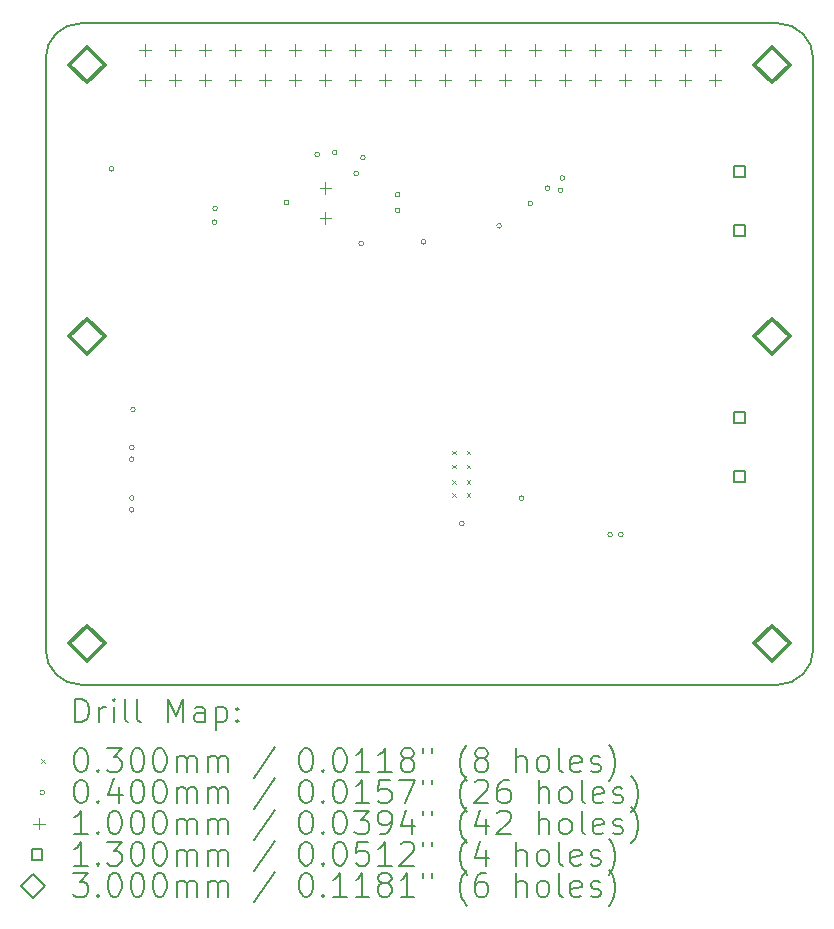
<source format=gbr>
%TF.GenerationSoftware,KiCad,Pcbnew,8.0.7*%
%TF.CreationDate,2024-12-23T21:13:01-08:00*%
%TF.ProjectId,pi-zero-serial-hat,70692d7a-6572-46f2-9d73-657269616c2d,1.0*%
%TF.SameCoordinates,Original*%
%TF.FileFunction,Drillmap*%
%TF.FilePolarity,Positive*%
%FSLAX45Y45*%
G04 Gerber Fmt 4.5, Leading zero omitted, Abs format (unit mm)*
G04 Created by KiCad (PCBNEW 8.0.7) date 2024-12-23 21:13:01*
%MOMM*%
%LPD*%
G01*
G04 APERTURE LIST*
%ADD10C,0.150000*%
%ADD11C,0.200000*%
%ADD12C,0.100000*%
%ADD13C,0.130000*%
%ADD14C,0.300000*%
G04 APERTURE END LIST*
D10*
X12053200Y-14706800D02*
X17953200Y-14706800D01*
X17953200Y-9106800D02*
G75*
G02*
X18253200Y-9406800I0J-300000D01*
G01*
X18253200Y-14406800D02*
G75*
G02*
X17953200Y-14706800I-300000J0D01*
G01*
X12053200Y-14706800D02*
G75*
G02*
X11753200Y-14406800I0J300000D01*
G01*
X11753200Y-9406800D02*
G75*
G02*
X12053200Y-9106800I300000J0D01*
G01*
X11753200Y-11806800D02*
X11753200Y-9406800D01*
X12053200Y-9106800D02*
X17953200Y-9106800D01*
X18253200Y-9406800D02*
X18253200Y-11806800D01*
X11753200Y-14406800D02*
X11753200Y-11806800D01*
X18253200Y-11806800D02*
X18253200Y-14406800D01*
D11*
D12*
X15198200Y-12724300D02*
X15228200Y-12754300D01*
X15228200Y-12724300D02*
X15198200Y-12754300D01*
X15198200Y-12844300D02*
X15228200Y-12874300D01*
X15228200Y-12844300D02*
X15198200Y-12874300D01*
X15198200Y-12974300D02*
X15228200Y-13004300D01*
X15228200Y-12974300D02*
X15198200Y-13004300D01*
X15198200Y-13084300D02*
X15228200Y-13114300D01*
X15228200Y-13084300D02*
X15198200Y-13114300D01*
X15318200Y-12724300D02*
X15348200Y-12754300D01*
X15348200Y-12724300D02*
X15318200Y-12754300D01*
X15318200Y-12844300D02*
X15348200Y-12874300D01*
X15348200Y-12844300D02*
X15318200Y-12874300D01*
X15318200Y-12974300D02*
X15348200Y-13004300D01*
X15348200Y-12974300D02*
X15318200Y-13004300D01*
X15318200Y-13084300D02*
X15348200Y-13114300D01*
X15348200Y-13084300D02*
X15318200Y-13114300D01*
X12330700Y-10339300D02*
G75*
G02*
X12290700Y-10339300I-20000J0D01*
G01*
X12290700Y-10339300D02*
G75*
G02*
X12330700Y-10339300I20000J0D01*
G01*
X12503200Y-12696800D02*
G75*
G02*
X12463200Y-12696800I-20000J0D01*
G01*
X12463200Y-12696800D02*
G75*
G02*
X12503200Y-12696800I20000J0D01*
G01*
X12503200Y-12796800D02*
G75*
G02*
X12463200Y-12796800I-20000J0D01*
G01*
X12463200Y-12796800D02*
G75*
G02*
X12503200Y-12796800I20000J0D01*
G01*
X12503200Y-13126800D02*
G75*
G02*
X12463200Y-13126800I-20000J0D01*
G01*
X12463200Y-13126800D02*
G75*
G02*
X12503200Y-13126800I20000J0D01*
G01*
X12503200Y-13226800D02*
G75*
G02*
X12463200Y-13226800I-20000J0D01*
G01*
X12463200Y-13226800D02*
G75*
G02*
X12503200Y-13226800I20000J0D01*
G01*
X12513200Y-12376800D02*
G75*
G02*
X12473200Y-12376800I-20000J0D01*
G01*
X12473200Y-12376800D02*
G75*
G02*
X12513200Y-12376800I20000J0D01*
G01*
X13203200Y-10791800D02*
G75*
G02*
X13163200Y-10791800I-20000J0D01*
G01*
X13163200Y-10791800D02*
G75*
G02*
X13203200Y-10791800I20000J0D01*
G01*
X13208200Y-10674300D02*
G75*
G02*
X13168200Y-10674300I-20000J0D01*
G01*
X13168200Y-10674300D02*
G75*
G02*
X13208200Y-10674300I20000J0D01*
G01*
X13813200Y-10624300D02*
G75*
G02*
X13773200Y-10624300I-20000J0D01*
G01*
X13773200Y-10624300D02*
G75*
G02*
X13813200Y-10624300I20000J0D01*
G01*
X14073200Y-10219300D02*
G75*
G02*
X14033200Y-10219300I-20000J0D01*
G01*
X14033200Y-10219300D02*
G75*
G02*
X14073200Y-10219300I20000J0D01*
G01*
X14220700Y-10201800D02*
G75*
G02*
X14180700Y-10201800I-20000J0D01*
G01*
X14180700Y-10201800D02*
G75*
G02*
X14220700Y-10201800I20000J0D01*
G01*
X14403200Y-10379300D02*
G75*
G02*
X14363200Y-10379300I-20000J0D01*
G01*
X14363200Y-10379300D02*
G75*
G02*
X14403200Y-10379300I20000J0D01*
G01*
X14445700Y-10969300D02*
G75*
G02*
X14405700Y-10969300I-20000J0D01*
G01*
X14405700Y-10969300D02*
G75*
G02*
X14445700Y-10969300I20000J0D01*
G01*
X14460700Y-10244300D02*
G75*
G02*
X14420700Y-10244300I-20000J0D01*
G01*
X14420700Y-10244300D02*
G75*
G02*
X14460700Y-10244300I20000J0D01*
G01*
X14753200Y-10556800D02*
G75*
G02*
X14713200Y-10556800I-20000J0D01*
G01*
X14713200Y-10556800D02*
G75*
G02*
X14753200Y-10556800I20000J0D01*
G01*
X14753200Y-10691800D02*
G75*
G02*
X14713200Y-10691800I-20000J0D01*
G01*
X14713200Y-10691800D02*
G75*
G02*
X14753200Y-10691800I20000J0D01*
G01*
X14973200Y-10956800D02*
G75*
G02*
X14933200Y-10956800I-20000J0D01*
G01*
X14933200Y-10956800D02*
G75*
G02*
X14973200Y-10956800I20000J0D01*
G01*
X15298200Y-13341800D02*
G75*
G02*
X15258200Y-13341800I-20000J0D01*
G01*
X15258200Y-13341800D02*
G75*
G02*
X15298200Y-13341800I20000J0D01*
G01*
X15613200Y-10821800D02*
G75*
G02*
X15573200Y-10821800I-20000J0D01*
G01*
X15573200Y-10821800D02*
G75*
G02*
X15613200Y-10821800I20000J0D01*
G01*
X15803200Y-13126800D02*
G75*
G02*
X15763200Y-13126800I-20000J0D01*
G01*
X15763200Y-13126800D02*
G75*
G02*
X15803200Y-13126800I20000J0D01*
G01*
X15878200Y-10631800D02*
G75*
G02*
X15838200Y-10631800I-20000J0D01*
G01*
X15838200Y-10631800D02*
G75*
G02*
X15878200Y-10631800I20000J0D01*
G01*
X16023200Y-10501800D02*
G75*
G02*
X15983200Y-10501800I-20000J0D01*
G01*
X15983200Y-10501800D02*
G75*
G02*
X16023200Y-10501800I20000J0D01*
G01*
X16133200Y-10521800D02*
G75*
G02*
X16093200Y-10521800I-20000J0D01*
G01*
X16093200Y-10521800D02*
G75*
G02*
X16133200Y-10521800I20000J0D01*
G01*
X16148200Y-10416800D02*
G75*
G02*
X16108200Y-10416800I-20000J0D01*
G01*
X16108200Y-10416800D02*
G75*
G02*
X16148200Y-10416800I20000J0D01*
G01*
X16553200Y-13436800D02*
G75*
G02*
X16513200Y-13436800I-20000J0D01*
G01*
X16513200Y-13436800D02*
G75*
G02*
X16553200Y-13436800I20000J0D01*
G01*
X16643200Y-13436800D02*
G75*
G02*
X16603200Y-13436800I-20000J0D01*
G01*
X16603200Y-13436800D02*
G75*
G02*
X16643200Y-13436800I20000J0D01*
G01*
X12593200Y-9281800D02*
X12593200Y-9381800D01*
X12543200Y-9331800D02*
X12643200Y-9331800D01*
X12593200Y-9535800D02*
X12593200Y-9635800D01*
X12543200Y-9585800D02*
X12643200Y-9585800D01*
X12847200Y-9281800D02*
X12847200Y-9381800D01*
X12797200Y-9331800D02*
X12897200Y-9331800D01*
X12847200Y-9535800D02*
X12847200Y-9635800D01*
X12797200Y-9585800D02*
X12897200Y-9585800D01*
X13101200Y-9281800D02*
X13101200Y-9381800D01*
X13051200Y-9331800D02*
X13151200Y-9331800D01*
X13101200Y-9535800D02*
X13101200Y-9635800D01*
X13051200Y-9585800D02*
X13151200Y-9585800D01*
X13355200Y-9281800D02*
X13355200Y-9381800D01*
X13305200Y-9331800D02*
X13405200Y-9331800D01*
X13355200Y-9535800D02*
X13355200Y-9635800D01*
X13305200Y-9585800D02*
X13405200Y-9585800D01*
X13609200Y-9281800D02*
X13609200Y-9381800D01*
X13559200Y-9331800D02*
X13659200Y-9331800D01*
X13609200Y-9535800D02*
X13609200Y-9635800D01*
X13559200Y-9585800D02*
X13659200Y-9585800D01*
X13863200Y-9281800D02*
X13863200Y-9381800D01*
X13813200Y-9331800D02*
X13913200Y-9331800D01*
X13863200Y-9535800D02*
X13863200Y-9635800D01*
X13813200Y-9585800D02*
X13913200Y-9585800D01*
X14117200Y-9281800D02*
X14117200Y-9381800D01*
X14067200Y-9331800D02*
X14167200Y-9331800D01*
X14117200Y-9535800D02*
X14117200Y-9635800D01*
X14067200Y-9585800D02*
X14167200Y-9585800D01*
X14123200Y-10451800D02*
X14123200Y-10551800D01*
X14073200Y-10501800D02*
X14173200Y-10501800D01*
X14123200Y-10705800D02*
X14123200Y-10805800D01*
X14073200Y-10755800D02*
X14173200Y-10755800D01*
X14371200Y-9281800D02*
X14371200Y-9381800D01*
X14321200Y-9331800D02*
X14421200Y-9331800D01*
X14371200Y-9535800D02*
X14371200Y-9635800D01*
X14321200Y-9585800D02*
X14421200Y-9585800D01*
X14625200Y-9281800D02*
X14625200Y-9381800D01*
X14575200Y-9331800D02*
X14675200Y-9331800D01*
X14625200Y-9535800D02*
X14625200Y-9635800D01*
X14575200Y-9585800D02*
X14675200Y-9585800D01*
X14879200Y-9281800D02*
X14879200Y-9381800D01*
X14829200Y-9331800D02*
X14929200Y-9331800D01*
X14879200Y-9535800D02*
X14879200Y-9635800D01*
X14829200Y-9585800D02*
X14929200Y-9585800D01*
X15133200Y-9281800D02*
X15133200Y-9381800D01*
X15083200Y-9331800D02*
X15183200Y-9331800D01*
X15133200Y-9535800D02*
X15133200Y-9635800D01*
X15083200Y-9585800D02*
X15183200Y-9585800D01*
X15387200Y-9281800D02*
X15387200Y-9381800D01*
X15337200Y-9331800D02*
X15437200Y-9331800D01*
X15387200Y-9535800D02*
X15387200Y-9635800D01*
X15337200Y-9585800D02*
X15437200Y-9585800D01*
X15641200Y-9281800D02*
X15641200Y-9381800D01*
X15591200Y-9331800D02*
X15691200Y-9331800D01*
X15641200Y-9535800D02*
X15641200Y-9635800D01*
X15591200Y-9585800D02*
X15691200Y-9585800D01*
X15895200Y-9281800D02*
X15895200Y-9381800D01*
X15845200Y-9331800D02*
X15945200Y-9331800D01*
X15895200Y-9535800D02*
X15895200Y-9635800D01*
X15845200Y-9585800D02*
X15945200Y-9585800D01*
X16149200Y-9281800D02*
X16149200Y-9381800D01*
X16099200Y-9331800D02*
X16199200Y-9331800D01*
X16149200Y-9535800D02*
X16149200Y-9635800D01*
X16099200Y-9585800D02*
X16199200Y-9585800D01*
X16403200Y-9281800D02*
X16403200Y-9381800D01*
X16353200Y-9331800D02*
X16453200Y-9331800D01*
X16403200Y-9535800D02*
X16403200Y-9635800D01*
X16353200Y-9585800D02*
X16453200Y-9585800D01*
X16657200Y-9281800D02*
X16657200Y-9381800D01*
X16607200Y-9331800D02*
X16707200Y-9331800D01*
X16657200Y-9535800D02*
X16657200Y-9635800D01*
X16607200Y-9585800D02*
X16707200Y-9585800D01*
X16911200Y-9281800D02*
X16911200Y-9381800D01*
X16861200Y-9331800D02*
X16961200Y-9331800D01*
X16911200Y-9535800D02*
X16911200Y-9635800D01*
X16861200Y-9585800D02*
X16961200Y-9585800D01*
X17165200Y-9281800D02*
X17165200Y-9381800D01*
X17115200Y-9331800D02*
X17215200Y-9331800D01*
X17165200Y-9535800D02*
X17165200Y-9635800D01*
X17115200Y-9585800D02*
X17215200Y-9585800D01*
X17419200Y-9281800D02*
X17419200Y-9381800D01*
X17369200Y-9331800D02*
X17469200Y-9331800D01*
X17419200Y-9535800D02*
X17419200Y-9635800D01*
X17369200Y-9585800D02*
X17469200Y-9585800D01*
D13*
X17674162Y-10410262D02*
X17674162Y-10318338D01*
X17582238Y-10318338D01*
X17582238Y-10410262D01*
X17674162Y-10410262D01*
X17674162Y-10910262D02*
X17674162Y-10818338D01*
X17582238Y-10818338D01*
X17582238Y-10910262D01*
X17674162Y-10910262D01*
X17674162Y-12487762D02*
X17674162Y-12395838D01*
X17582238Y-12395838D01*
X17582238Y-12487762D01*
X17674162Y-12487762D01*
X17674162Y-12987762D02*
X17674162Y-12895838D01*
X17582238Y-12895838D01*
X17582238Y-12987762D01*
X17674162Y-12987762D01*
D14*
X12103200Y-9606800D02*
X12253200Y-9456800D01*
X12103200Y-9306800D01*
X11953200Y-9456800D01*
X12103200Y-9606800D01*
X12103200Y-11906800D02*
X12253200Y-11756800D01*
X12103200Y-11606800D01*
X11953200Y-11756800D01*
X12103200Y-11906800D01*
X12103200Y-14506800D02*
X12253200Y-14356800D01*
X12103200Y-14206800D01*
X11953200Y-14356800D01*
X12103200Y-14506800D01*
X17903200Y-9606800D02*
X18053200Y-9456800D01*
X17903200Y-9306800D01*
X17753200Y-9456800D01*
X17903200Y-9606800D01*
X17903200Y-11906800D02*
X18053200Y-11756800D01*
X17903200Y-11606800D01*
X17753200Y-11756800D01*
X17903200Y-11906800D01*
X17903200Y-14506800D02*
X18053200Y-14356800D01*
X17903200Y-14206800D01*
X17753200Y-14356800D01*
X17903200Y-14506800D01*
D11*
X12006477Y-15025784D02*
X12006477Y-14825784D01*
X12006477Y-14825784D02*
X12054096Y-14825784D01*
X12054096Y-14825784D02*
X12082667Y-14835308D01*
X12082667Y-14835308D02*
X12101715Y-14854355D01*
X12101715Y-14854355D02*
X12111239Y-14873403D01*
X12111239Y-14873403D02*
X12120762Y-14911498D01*
X12120762Y-14911498D02*
X12120762Y-14940069D01*
X12120762Y-14940069D02*
X12111239Y-14978165D01*
X12111239Y-14978165D02*
X12101715Y-14997212D01*
X12101715Y-14997212D02*
X12082667Y-15016260D01*
X12082667Y-15016260D02*
X12054096Y-15025784D01*
X12054096Y-15025784D02*
X12006477Y-15025784D01*
X12206477Y-15025784D02*
X12206477Y-14892450D01*
X12206477Y-14930546D02*
X12216001Y-14911498D01*
X12216001Y-14911498D02*
X12225524Y-14901974D01*
X12225524Y-14901974D02*
X12244572Y-14892450D01*
X12244572Y-14892450D02*
X12263620Y-14892450D01*
X12330286Y-15025784D02*
X12330286Y-14892450D01*
X12330286Y-14825784D02*
X12320762Y-14835308D01*
X12320762Y-14835308D02*
X12330286Y-14844831D01*
X12330286Y-14844831D02*
X12339810Y-14835308D01*
X12339810Y-14835308D02*
X12330286Y-14825784D01*
X12330286Y-14825784D02*
X12330286Y-14844831D01*
X12454096Y-15025784D02*
X12435048Y-15016260D01*
X12435048Y-15016260D02*
X12425524Y-14997212D01*
X12425524Y-14997212D02*
X12425524Y-14825784D01*
X12558858Y-15025784D02*
X12539810Y-15016260D01*
X12539810Y-15016260D02*
X12530286Y-14997212D01*
X12530286Y-14997212D02*
X12530286Y-14825784D01*
X12787429Y-15025784D02*
X12787429Y-14825784D01*
X12787429Y-14825784D02*
X12854096Y-14968641D01*
X12854096Y-14968641D02*
X12920762Y-14825784D01*
X12920762Y-14825784D02*
X12920762Y-15025784D01*
X13101715Y-15025784D02*
X13101715Y-14921022D01*
X13101715Y-14921022D02*
X13092191Y-14901974D01*
X13092191Y-14901974D02*
X13073143Y-14892450D01*
X13073143Y-14892450D02*
X13035048Y-14892450D01*
X13035048Y-14892450D02*
X13016001Y-14901974D01*
X13101715Y-15016260D02*
X13082667Y-15025784D01*
X13082667Y-15025784D02*
X13035048Y-15025784D01*
X13035048Y-15025784D02*
X13016001Y-15016260D01*
X13016001Y-15016260D02*
X13006477Y-14997212D01*
X13006477Y-14997212D02*
X13006477Y-14978165D01*
X13006477Y-14978165D02*
X13016001Y-14959117D01*
X13016001Y-14959117D02*
X13035048Y-14949593D01*
X13035048Y-14949593D02*
X13082667Y-14949593D01*
X13082667Y-14949593D02*
X13101715Y-14940069D01*
X13196953Y-14892450D02*
X13196953Y-15092450D01*
X13196953Y-14901974D02*
X13216001Y-14892450D01*
X13216001Y-14892450D02*
X13254096Y-14892450D01*
X13254096Y-14892450D02*
X13273143Y-14901974D01*
X13273143Y-14901974D02*
X13282667Y-14911498D01*
X13282667Y-14911498D02*
X13292191Y-14930546D01*
X13292191Y-14930546D02*
X13292191Y-14987688D01*
X13292191Y-14987688D02*
X13282667Y-15006736D01*
X13282667Y-15006736D02*
X13273143Y-15016260D01*
X13273143Y-15016260D02*
X13254096Y-15025784D01*
X13254096Y-15025784D02*
X13216001Y-15025784D01*
X13216001Y-15025784D02*
X13196953Y-15016260D01*
X13377905Y-15006736D02*
X13387429Y-15016260D01*
X13387429Y-15016260D02*
X13377905Y-15025784D01*
X13377905Y-15025784D02*
X13368382Y-15016260D01*
X13368382Y-15016260D02*
X13377905Y-15006736D01*
X13377905Y-15006736D02*
X13377905Y-15025784D01*
X13377905Y-14901974D02*
X13387429Y-14911498D01*
X13387429Y-14911498D02*
X13377905Y-14921022D01*
X13377905Y-14921022D02*
X13368382Y-14911498D01*
X13368382Y-14911498D02*
X13377905Y-14901974D01*
X13377905Y-14901974D02*
X13377905Y-14921022D01*
D12*
X11715700Y-15339300D02*
X11745700Y-15369300D01*
X11745700Y-15339300D02*
X11715700Y-15369300D01*
D11*
X12044572Y-15245784D02*
X12063620Y-15245784D01*
X12063620Y-15245784D02*
X12082667Y-15255308D01*
X12082667Y-15255308D02*
X12092191Y-15264831D01*
X12092191Y-15264831D02*
X12101715Y-15283879D01*
X12101715Y-15283879D02*
X12111239Y-15321974D01*
X12111239Y-15321974D02*
X12111239Y-15369593D01*
X12111239Y-15369593D02*
X12101715Y-15407688D01*
X12101715Y-15407688D02*
X12092191Y-15426736D01*
X12092191Y-15426736D02*
X12082667Y-15436260D01*
X12082667Y-15436260D02*
X12063620Y-15445784D01*
X12063620Y-15445784D02*
X12044572Y-15445784D01*
X12044572Y-15445784D02*
X12025524Y-15436260D01*
X12025524Y-15436260D02*
X12016001Y-15426736D01*
X12016001Y-15426736D02*
X12006477Y-15407688D01*
X12006477Y-15407688D02*
X11996953Y-15369593D01*
X11996953Y-15369593D02*
X11996953Y-15321974D01*
X11996953Y-15321974D02*
X12006477Y-15283879D01*
X12006477Y-15283879D02*
X12016001Y-15264831D01*
X12016001Y-15264831D02*
X12025524Y-15255308D01*
X12025524Y-15255308D02*
X12044572Y-15245784D01*
X12196953Y-15426736D02*
X12206477Y-15436260D01*
X12206477Y-15436260D02*
X12196953Y-15445784D01*
X12196953Y-15445784D02*
X12187429Y-15436260D01*
X12187429Y-15436260D02*
X12196953Y-15426736D01*
X12196953Y-15426736D02*
X12196953Y-15445784D01*
X12273143Y-15245784D02*
X12396953Y-15245784D01*
X12396953Y-15245784D02*
X12330286Y-15321974D01*
X12330286Y-15321974D02*
X12358858Y-15321974D01*
X12358858Y-15321974D02*
X12377905Y-15331498D01*
X12377905Y-15331498D02*
X12387429Y-15341022D01*
X12387429Y-15341022D02*
X12396953Y-15360069D01*
X12396953Y-15360069D02*
X12396953Y-15407688D01*
X12396953Y-15407688D02*
X12387429Y-15426736D01*
X12387429Y-15426736D02*
X12377905Y-15436260D01*
X12377905Y-15436260D02*
X12358858Y-15445784D01*
X12358858Y-15445784D02*
X12301715Y-15445784D01*
X12301715Y-15445784D02*
X12282667Y-15436260D01*
X12282667Y-15436260D02*
X12273143Y-15426736D01*
X12520762Y-15245784D02*
X12539810Y-15245784D01*
X12539810Y-15245784D02*
X12558858Y-15255308D01*
X12558858Y-15255308D02*
X12568382Y-15264831D01*
X12568382Y-15264831D02*
X12577905Y-15283879D01*
X12577905Y-15283879D02*
X12587429Y-15321974D01*
X12587429Y-15321974D02*
X12587429Y-15369593D01*
X12587429Y-15369593D02*
X12577905Y-15407688D01*
X12577905Y-15407688D02*
X12568382Y-15426736D01*
X12568382Y-15426736D02*
X12558858Y-15436260D01*
X12558858Y-15436260D02*
X12539810Y-15445784D01*
X12539810Y-15445784D02*
X12520762Y-15445784D01*
X12520762Y-15445784D02*
X12501715Y-15436260D01*
X12501715Y-15436260D02*
X12492191Y-15426736D01*
X12492191Y-15426736D02*
X12482667Y-15407688D01*
X12482667Y-15407688D02*
X12473143Y-15369593D01*
X12473143Y-15369593D02*
X12473143Y-15321974D01*
X12473143Y-15321974D02*
X12482667Y-15283879D01*
X12482667Y-15283879D02*
X12492191Y-15264831D01*
X12492191Y-15264831D02*
X12501715Y-15255308D01*
X12501715Y-15255308D02*
X12520762Y-15245784D01*
X12711239Y-15245784D02*
X12730286Y-15245784D01*
X12730286Y-15245784D02*
X12749334Y-15255308D01*
X12749334Y-15255308D02*
X12758858Y-15264831D01*
X12758858Y-15264831D02*
X12768382Y-15283879D01*
X12768382Y-15283879D02*
X12777905Y-15321974D01*
X12777905Y-15321974D02*
X12777905Y-15369593D01*
X12777905Y-15369593D02*
X12768382Y-15407688D01*
X12768382Y-15407688D02*
X12758858Y-15426736D01*
X12758858Y-15426736D02*
X12749334Y-15436260D01*
X12749334Y-15436260D02*
X12730286Y-15445784D01*
X12730286Y-15445784D02*
X12711239Y-15445784D01*
X12711239Y-15445784D02*
X12692191Y-15436260D01*
X12692191Y-15436260D02*
X12682667Y-15426736D01*
X12682667Y-15426736D02*
X12673143Y-15407688D01*
X12673143Y-15407688D02*
X12663620Y-15369593D01*
X12663620Y-15369593D02*
X12663620Y-15321974D01*
X12663620Y-15321974D02*
X12673143Y-15283879D01*
X12673143Y-15283879D02*
X12682667Y-15264831D01*
X12682667Y-15264831D02*
X12692191Y-15255308D01*
X12692191Y-15255308D02*
X12711239Y-15245784D01*
X12863620Y-15445784D02*
X12863620Y-15312450D01*
X12863620Y-15331498D02*
X12873143Y-15321974D01*
X12873143Y-15321974D02*
X12892191Y-15312450D01*
X12892191Y-15312450D02*
X12920763Y-15312450D01*
X12920763Y-15312450D02*
X12939810Y-15321974D01*
X12939810Y-15321974D02*
X12949334Y-15341022D01*
X12949334Y-15341022D02*
X12949334Y-15445784D01*
X12949334Y-15341022D02*
X12958858Y-15321974D01*
X12958858Y-15321974D02*
X12977905Y-15312450D01*
X12977905Y-15312450D02*
X13006477Y-15312450D01*
X13006477Y-15312450D02*
X13025524Y-15321974D01*
X13025524Y-15321974D02*
X13035048Y-15341022D01*
X13035048Y-15341022D02*
X13035048Y-15445784D01*
X13130286Y-15445784D02*
X13130286Y-15312450D01*
X13130286Y-15331498D02*
X13139810Y-15321974D01*
X13139810Y-15321974D02*
X13158858Y-15312450D01*
X13158858Y-15312450D02*
X13187429Y-15312450D01*
X13187429Y-15312450D02*
X13206477Y-15321974D01*
X13206477Y-15321974D02*
X13216001Y-15341022D01*
X13216001Y-15341022D02*
X13216001Y-15445784D01*
X13216001Y-15341022D02*
X13225524Y-15321974D01*
X13225524Y-15321974D02*
X13244572Y-15312450D01*
X13244572Y-15312450D02*
X13273143Y-15312450D01*
X13273143Y-15312450D02*
X13292191Y-15321974D01*
X13292191Y-15321974D02*
X13301715Y-15341022D01*
X13301715Y-15341022D02*
X13301715Y-15445784D01*
X13692191Y-15236260D02*
X13520763Y-15493403D01*
X13949334Y-15245784D02*
X13968382Y-15245784D01*
X13968382Y-15245784D02*
X13987429Y-15255308D01*
X13987429Y-15255308D02*
X13996953Y-15264831D01*
X13996953Y-15264831D02*
X14006477Y-15283879D01*
X14006477Y-15283879D02*
X14016001Y-15321974D01*
X14016001Y-15321974D02*
X14016001Y-15369593D01*
X14016001Y-15369593D02*
X14006477Y-15407688D01*
X14006477Y-15407688D02*
X13996953Y-15426736D01*
X13996953Y-15426736D02*
X13987429Y-15436260D01*
X13987429Y-15436260D02*
X13968382Y-15445784D01*
X13968382Y-15445784D02*
X13949334Y-15445784D01*
X13949334Y-15445784D02*
X13930286Y-15436260D01*
X13930286Y-15436260D02*
X13920763Y-15426736D01*
X13920763Y-15426736D02*
X13911239Y-15407688D01*
X13911239Y-15407688D02*
X13901715Y-15369593D01*
X13901715Y-15369593D02*
X13901715Y-15321974D01*
X13901715Y-15321974D02*
X13911239Y-15283879D01*
X13911239Y-15283879D02*
X13920763Y-15264831D01*
X13920763Y-15264831D02*
X13930286Y-15255308D01*
X13930286Y-15255308D02*
X13949334Y-15245784D01*
X14101715Y-15426736D02*
X14111239Y-15436260D01*
X14111239Y-15436260D02*
X14101715Y-15445784D01*
X14101715Y-15445784D02*
X14092191Y-15436260D01*
X14092191Y-15436260D02*
X14101715Y-15426736D01*
X14101715Y-15426736D02*
X14101715Y-15445784D01*
X14235048Y-15245784D02*
X14254096Y-15245784D01*
X14254096Y-15245784D02*
X14273144Y-15255308D01*
X14273144Y-15255308D02*
X14282667Y-15264831D01*
X14282667Y-15264831D02*
X14292191Y-15283879D01*
X14292191Y-15283879D02*
X14301715Y-15321974D01*
X14301715Y-15321974D02*
X14301715Y-15369593D01*
X14301715Y-15369593D02*
X14292191Y-15407688D01*
X14292191Y-15407688D02*
X14282667Y-15426736D01*
X14282667Y-15426736D02*
X14273144Y-15436260D01*
X14273144Y-15436260D02*
X14254096Y-15445784D01*
X14254096Y-15445784D02*
X14235048Y-15445784D01*
X14235048Y-15445784D02*
X14216001Y-15436260D01*
X14216001Y-15436260D02*
X14206477Y-15426736D01*
X14206477Y-15426736D02*
X14196953Y-15407688D01*
X14196953Y-15407688D02*
X14187429Y-15369593D01*
X14187429Y-15369593D02*
X14187429Y-15321974D01*
X14187429Y-15321974D02*
X14196953Y-15283879D01*
X14196953Y-15283879D02*
X14206477Y-15264831D01*
X14206477Y-15264831D02*
X14216001Y-15255308D01*
X14216001Y-15255308D02*
X14235048Y-15245784D01*
X14492191Y-15445784D02*
X14377906Y-15445784D01*
X14435048Y-15445784D02*
X14435048Y-15245784D01*
X14435048Y-15245784D02*
X14416001Y-15274355D01*
X14416001Y-15274355D02*
X14396953Y-15293403D01*
X14396953Y-15293403D02*
X14377906Y-15302927D01*
X14682667Y-15445784D02*
X14568382Y-15445784D01*
X14625525Y-15445784D02*
X14625525Y-15245784D01*
X14625525Y-15245784D02*
X14606477Y-15274355D01*
X14606477Y-15274355D02*
X14587429Y-15293403D01*
X14587429Y-15293403D02*
X14568382Y-15302927D01*
X14796953Y-15331498D02*
X14777906Y-15321974D01*
X14777906Y-15321974D02*
X14768382Y-15312450D01*
X14768382Y-15312450D02*
X14758858Y-15293403D01*
X14758858Y-15293403D02*
X14758858Y-15283879D01*
X14758858Y-15283879D02*
X14768382Y-15264831D01*
X14768382Y-15264831D02*
X14777906Y-15255308D01*
X14777906Y-15255308D02*
X14796953Y-15245784D01*
X14796953Y-15245784D02*
X14835048Y-15245784D01*
X14835048Y-15245784D02*
X14854096Y-15255308D01*
X14854096Y-15255308D02*
X14863620Y-15264831D01*
X14863620Y-15264831D02*
X14873144Y-15283879D01*
X14873144Y-15283879D02*
X14873144Y-15293403D01*
X14873144Y-15293403D02*
X14863620Y-15312450D01*
X14863620Y-15312450D02*
X14854096Y-15321974D01*
X14854096Y-15321974D02*
X14835048Y-15331498D01*
X14835048Y-15331498D02*
X14796953Y-15331498D01*
X14796953Y-15331498D02*
X14777906Y-15341022D01*
X14777906Y-15341022D02*
X14768382Y-15350546D01*
X14768382Y-15350546D02*
X14758858Y-15369593D01*
X14758858Y-15369593D02*
X14758858Y-15407688D01*
X14758858Y-15407688D02*
X14768382Y-15426736D01*
X14768382Y-15426736D02*
X14777906Y-15436260D01*
X14777906Y-15436260D02*
X14796953Y-15445784D01*
X14796953Y-15445784D02*
X14835048Y-15445784D01*
X14835048Y-15445784D02*
X14854096Y-15436260D01*
X14854096Y-15436260D02*
X14863620Y-15426736D01*
X14863620Y-15426736D02*
X14873144Y-15407688D01*
X14873144Y-15407688D02*
X14873144Y-15369593D01*
X14873144Y-15369593D02*
X14863620Y-15350546D01*
X14863620Y-15350546D02*
X14854096Y-15341022D01*
X14854096Y-15341022D02*
X14835048Y-15331498D01*
X14949334Y-15245784D02*
X14949334Y-15283879D01*
X15025525Y-15245784D02*
X15025525Y-15283879D01*
X15320763Y-15521974D02*
X15311239Y-15512450D01*
X15311239Y-15512450D02*
X15292191Y-15483879D01*
X15292191Y-15483879D02*
X15282668Y-15464831D01*
X15282668Y-15464831D02*
X15273144Y-15436260D01*
X15273144Y-15436260D02*
X15263620Y-15388641D01*
X15263620Y-15388641D02*
X15263620Y-15350546D01*
X15263620Y-15350546D02*
X15273144Y-15302927D01*
X15273144Y-15302927D02*
X15282668Y-15274355D01*
X15282668Y-15274355D02*
X15292191Y-15255308D01*
X15292191Y-15255308D02*
X15311239Y-15226736D01*
X15311239Y-15226736D02*
X15320763Y-15217212D01*
X15425525Y-15331498D02*
X15406477Y-15321974D01*
X15406477Y-15321974D02*
X15396953Y-15312450D01*
X15396953Y-15312450D02*
X15387429Y-15293403D01*
X15387429Y-15293403D02*
X15387429Y-15283879D01*
X15387429Y-15283879D02*
X15396953Y-15264831D01*
X15396953Y-15264831D02*
X15406477Y-15255308D01*
X15406477Y-15255308D02*
X15425525Y-15245784D01*
X15425525Y-15245784D02*
X15463620Y-15245784D01*
X15463620Y-15245784D02*
X15482668Y-15255308D01*
X15482668Y-15255308D02*
X15492191Y-15264831D01*
X15492191Y-15264831D02*
X15501715Y-15283879D01*
X15501715Y-15283879D02*
X15501715Y-15293403D01*
X15501715Y-15293403D02*
X15492191Y-15312450D01*
X15492191Y-15312450D02*
X15482668Y-15321974D01*
X15482668Y-15321974D02*
X15463620Y-15331498D01*
X15463620Y-15331498D02*
X15425525Y-15331498D01*
X15425525Y-15331498D02*
X15406477Y-15341022D01*
X15406477Y-15341022D02*
X15396953Y-15350546D01*
X15396953Y-15350546D02*
X15387429Y-15369593D01*
X15387429Y-15369593D02*
X15387429Y-15407688D01*
X15387429Y-15407688D02*
X15396953Y-15426736D01*
X15396953Y-15426736D02*
X15406477Y-15436260D01*
X15406477Y-15436260D02*
X15425525Y-15445784D01*
X15425525Y-15445784D02*
X15463620Y-15445784D01*
X15463620Y-15445784D02*
X15482668Y-15436260D01*
X15482668Y-15436260D02*
X15492191Y-15426736D01*
X15492191Y-15426736D02*
X15501715Y-15407688D01*
X15501715Y-15407688D02*
X15501715Y-15369593D01*
X15501715Y-15369593D02*
X15492191Y-15350546D01*
X15492191Y-15350546D02*
X15482668Y-15341022D01*
X15482668Y-15341022D02*
X15463620Y-15331498D01*
X15739810Y-15445784D02*
X15739810Y-15245784D01*
X15825525Y-15445784D02*
X15825525Y-15341022D01*
X15825525Y-15341022D02*
X15816001Y-15321974D01*
X15816001Y-15321974D02*
X15796953Y-15312450D01*
X15796953Y-15312450D02*
X15768382Y-15312450D01*
X15768382Y-15312450D02*
X15749334Y-15321974D01*
X15749334Y-15321974D02*
X15739810Y-15331498D01*
X15949334Y-15445784D02*
X15930287Y-15436260D01*
X15930287Y-15436260D02*
X15920763Y-15426736D01*
X15920763Y-15426736D02*
X15911239Y-15407688D01*
X15911239Y-15407688D02*
X15911239Y-15350546D01*
X15911239Y-15350546D02*
X15920763Y-15331498D01*
X15920763Y-15331498D02*
X15930287Y-15321974D01*
X15930287Y-15321974D02*
X15949334Y-15312450D01*
X15949334Y-15312450D02*
X15977906Y-15312450D01*
X15977906Y-15312450D02*
X15996953Y-15321974D01*
X15996953Y-15321974D02*
X16006477Y-15331498D01*
X16006477Y-15331498D02*
X16016001Y-15350546D01*
X16016001Y-15350546D02*
X16016001Y-15407688D01*
X16016001Y-15407688D02*
X16006477Y-15426736D01*
X16006477Y-15426736D02*
X15996953Y-15436260D01*
X15996953Y-15436260D02*
X15977906Y-15445784D01*
X15977906Y-15445784D02*
X15949334Y-15445784D01*
X16130287Y-15445784D02*
X16111239Y-15436260D01*
X16111239Y-15436260D02*
X16101715Y-15417212D01*
X16101715Y-15417212D02*
X16101715Y-15245784D01*
X16282668Y-15436260D02*
X16263620Y-15445784D01*
X16263620Y-15445784D02*
X16225525Y-15445784D01*
X16225525Y-15445784D02*
X16206477Y-15436260D01*
X16206477Y-15436260D02*
X16196953Y-15417212D01*
X16196953Y-15417212D02*
X16196953Y-15341022D01*
X16196953Y-15341022D02*
X16206477Y-15321974D01*
X16206477Y-15321974D02*
X16225525Y-15312450D01*
X16225525Y-15312450D02*
X16263620Y-15312450D01*
X16263620Y-15312450D02*
X16282668Y-15321974D01*
X16282668Y-15321974D02*
X16292191Y-15341022D01*
X16292191Y-15341022D02*
X16292191Y-15360069D01*
X16292191Y-15360069D02*
X16196953Y-15379117D01*
X16368382Y-15436260D02*
X16387430Y-15445784D01*
X16387430Y-15445784D02*
X16425525Y-15445784D01*
X16425525Y-15445784D02*
X16444572Y-15436260D01*
X16444572Y-15436260D02*
X16454096Y-15417212D01*
X16454096Y-15417212D02*
X16454096Y-15407688D01*
X16454096Y-15407688D02*
X16444572Y-15388641D01*
X16444572Y-15388641D02*
X16425525Y-15379117D01*
X16425525Y-15379117D02*
X16396953Y-15379117D01*
X16396953Y-15379117D02*
X16377906Y-15369593D01*
X16377906Y-15369593D02*
X16368382Y-15350546D01*
X16368382Y-15350546D02*
X16368382Y-15341022D01*
X16368382Y-15341022D02*
X16377906Y-15321974D01*
X16377906Y-15321974D02*
X16396953Y-15312450D01*
X16396953Y-15312450D02*
X16425525Y-15312450D01*
X16425525Y-15312450D02*
X16444572Y-15321974D01*
X16520763Y-15521974D02*
X16530287Y-15512450D01*
X16530287Y-15512450D02*
X16549334Y-15483879D01*
X16549334Y-15483879D02*
X16558858Y-15464831D01*
X16558858Y-15464831D02*
X16568382Y-15436260D01*
X16568382Y-15436260D02*
X16577906Y-15388641D01*
X16577906Y-15388641D02*
X16577906Y-15350546D01*
X16577906Y-15350546D02*
X16568382Y-15302927D01*
X16568382Y-15302927D02*
X16558858Y-15274355D01*
X16558858Y-15274355D02*
X16549334Y-15255308D01*
X16549334Y-15255308D02*
X16530287Y-15226736D01*
X16530287Y-15226736D02*
X16520763Y-15217212D01*
D12*
X11745700Y-15618300D02*
G75*
G02*
X11705700Y-15618300I-20000J0D01*
G01*
X11705700Y-15618300D02*
G75*
G02*
X11745700Y-15618300I20000J0D01*
G01*
D11*
X12044572Y-15509784D02*
X12063620Y-15509784D01*
X12063620Y-15509784D02*
X12082667Y-15519308D01*
X12082667Y-15519308D02*
X12092191Y-15528831D01*
X12092191Y-15528831D02*
X12101715Y-15547879D01*
X12101715Y-15547879D02*
X12111239Y-15585974D01*
X12111239Y-15585974D02*
X12111239Y-15633593D01*
X12111239Y-15633593D02*
X12101715Y-15671688D01*
X12101715Y-15671688D02*
X12092191Y-15690736D01*
X12092191Y-15690736D02*
X12082667Y-15700260D01*
X12082667Y-15700260D02*
X12063620Y-15709784D01*
X12063620Y-15709784D02*
X12044572Y-15709784D01*
X12044572Y-15709784D02*
X12025524Y-15700260D01*
X12025524Y-15700260D02*
X12016001Y-15690736D01*
X12016001Y-15690736D02*
X12006477Y-15671688D01*
X12006477Y-15671688D02*
X11996953Y-15633593D01*
X11996953Y-15633593D02*
X11996953Y-15585974D01*
X11996953Y-15585974D02*
X12006477Y-15547879D01*
X12006477Y-15547879D02*
X12016001Y-15528831D01*
X12016001Y-15528831D02*
X12025524Y-15519308D01*
X12025524Y-15519308D02*
X12044572Y-15509784D01*
X12196953Y-15690736D02*
X12206477Y-15700260D01*
X12206477Y-15700260D02*
X12196953Y-15709784D01*
X12196953Y-15709784D02*
X12187429Y-15700260D01*
X12187429Y-15700260D02*
X12196953Y-15690736D01*
X12196953Y-15690736D02*
X12196953Y-15709784D01*
X12377905Y-15576450D02*
X12377905Y-15709784D01*
X12330286Y-15500260D02*
X12282667Y-15643117D01*
X12282667Y-15643117D02*
X12406477Y-15643117D01*
X12520762Y-15509784D02*
X12539810Y-15509784D01*
X12539810Y-15509784D02*
X12558858Y-15519308D01*
X12558858Y-15519308D02*
X12568382Y-15528831D01*
X12568382Y-15528831D02*
X12577905Y-15547879D01*
X12577905Y-15547879D02*
X12587429Y-15585974D01*
X12587429Y-15585974D02*
X12587429Y-15633593D01*
X12587429Y-15633593D02*
X12577905Y-15671688D01*
X12577905Y-15671688D02*
X12568382Y-15690736D01*
X12568382Y-15690736D02*
X12558858Y-15700260D01*
X12558858Y-15700260D02*
X12539810Y-15709784D01*
X12539810Y-15709784D02*
X12520762Y-15709784D01*
X12520762Y-15709784D02*
X12501715Y-15700260D01*
X12501715Y-15700260D02*
X12492191Y-15690736D01*
X12492191Y-15690736D02*
X12482667Y-15671688D01*
X12482667Y-15671688D02*
X12473143Y-15633593D01*
X12473143Y-15633593D02*
X12473143Y-15585974D01*
X12473143Y-15585974D02*
X12482667Y-15547879D01*
X12482667Y-15547879D02*
X12492191Y-15528831D01*
X12492191Y-15528831D02*
X12501715Y-15519308D01*
X12501715Y-15519308D02*
X12520762Y-15509784D01*
X12711239Y-15509784D02*
X12730286Y-15509784D01*
X12730286Y-15509784D02*
X12749334Y-15519308D01*
X12749334Y-15519308D02*
X12758858Y-15528831D01*
X12758858Y-15528831D02*
X12768382Y-15547879D01*
X12768382Y-15547879D02*
X12777905Y-15585974D01*
X12777905Y-15585974D02*
X12777905Y-15633593D01*
X12777905Y-15633593D02*
X12768382Y-15671688D01*
X12768382Y-15671688D02*
X12758858Y-15690736D01*
X12758858Y-15690736D02*
X12749334Y-15700260D01*
X12749334Y-15700260D02*
X12730286Y-15709784D01*
X12730286Y-15709784D02*
X12711239Y-15709784D01*
X12711239Y-15709784D02*
X12692191Y-15700260D01*
X12692191Y-15700260D02*
X12682667Y-15690736D01*
X12682667Y-15690736D02*
X12673143Y-15671688D01*
X12673143Y-15671688D02*
X12663620Y-15633593D01*
X12663620Y-15633593D02*
X12663620Y-15585974D01*
X12663620Y-15585974D02*
X12673143Y-15547879D01*
X12673143Y-15547879D02*
X12682667Y-15528831D01*
X12682667Y-15528831D02*
X12692191Y-15519308D01*
X12692191Y-15519308D02*
X12711239Y-15509784D01*
X12863620Y-15709784D02*
X12863620Y-15576450D01*
X12863620Y-15595498D02*
X12873143Y-15585974D01*
X12873143Y-15585974D02*
X12892191Y-15576450D01*
X12892191Y-15576450D02*
X12920763Y-15576450D01*
X12920763Y-15576450D02*
X12939810Y-15585974D01*
X12939810Y-15585974D02*
X12949334Y-15605022D01*
X12949334Y-15605022D02*
X12949334Y-15709784D01*
X12949334Y-15605022D02*
X12958858Y-15585974D01*
X12958858Y-15585974D02*
X12977905Y-15576450D01*
X12977905Y-15576450D02*
X13006477Y-15576450D01*
X13006477Y-15576450D02*
X13025524Y-15585974D01*
X13025524Y-15585974D02*
X13035048Y-15605022D01*
X13035048Y-15605022D02*
X13035048Y-15709784D01*
X13130286Y-15709784D02*
X13130286Y-15576450D01*
X13130286Y-15595498D02*
X13139810Y-15585974D01*
X13139810Y-15585974D02*
X13158858Y-15576450D01*
X13158858Y-15576450D02*
X13187429Y-15576450D01*
X13187429Y-15576450D02*
X13206477Y-15585974D01*
X13206477Y-15585974D02*
X13216001Y-15605022D01*
X13216001Y-15605022D02*
X13216001Y-15709784D01*
X13216001Y-15605022D02*
X13225524Y-15585974D01*
X13225524Y-15585974D02*
X13244572Y-15576450D01*
X13244572Y-15576450D02*
X13273143Y-15576450D01*
X13273143Y-15576450D02*
X13292191Y-15585974D01*
X13292191Y-15585974D02*
X13301715Y-15605022D01*
X13301715Y-15605022D02*
X13301715Y-15709784D01*
X13692191Y-15500260D02*
X13520763Y-15757403D01*
X13949334Y-15509784D02*
X13968382Y-15509784D01*
X13968382Y-15509784D02*
X13987429Y-15519308D01*
X13987429Y-15519308D02*
X13996953Y-15528831D01*
X13996953Y-15528831D02*
X14006477Y-15547879D01*
X14006477Y-15547879D02*
X14016001Y-15585974D01*
X14016001Y-15585974D02*
X14016001Y-15633593D01*
X14016001Y-15633593D02*
X14006477Y-15671688D01*
X14006477Y-15671688D02*
X13996953Y-15690736D01*
X13996953Y-15690736D02*
X13987429Y-15700260D01*
X13987429Y-15700260D02*
X13968382Y-15709784D01*
X13968382Y-15709784D02*
X13949334Y-15709784D01*
X13949334Y-15709784D02*
X13930286Y-15700260D01*
X13930286Y-15700260D02*
X13920763Y-15690736D01*
X13920763Y-15690736D02*
X13911239Y-15671688D01*
X13911239Y-15671688D02*
X13901715Y-15633593D01*
X13901715Y-15633593D02*
X13901715Y-15585974D01*
X13901715Y-15585974D02*
X13911239Y-15547879D01*
X13911239Y-15547879D02*
X13920763Y-15528831D01*
X13920763Y-15528831D02*
X13930286Y-15519308D01*
X13930286Y-15519308D02*
X13949334Y-15509784D01*
X14101715Y-15690736D02*
X14111239Y-15700260D01*
X14111239Y-15700260D02*
X14101715Y-15709784D01*
X14101715Y-15709784D02*
X14092191Y-15700260D01*
X14092191Y-15700260D02*
X14101715Y-15690736D01*
X14101715Y-15690736D02*
X14101715Y-15709784D01*
X14235048Y-15509784D02*
X14254096Y-15509784D01*
X14254096Y-15509784D02*
X14273144Y-15519308D01*
X14273144Y-15519308D02*
X14282667Y-15528831D01*
X14282667Y-15528831D02*
X14292191Y-15547879D01*
X14292191Y-15547879D02*
X14301715Y-15585974D01*
X14301715Y-15585974D02*
X14301715Y-15633593D01*
X14301715Y-15633593D02*
X14292191Y-15671688D01*
X14292191Y-15671688D02*
X14282667Y-15690736D01*
X14282667Y-15690736D02*
X14273144Y-15700260D01*
X14273144Y-15700260D02*
X14254096Y-15709784D01*
X14254096Y-15709784D02*
X14235048Y-15709784D01*
X14235048Y-15709784D02*
X14216001Y-15700260D01*
X14216001Y-15700260D02*
X14206477Y-15690736D01*
X14206477Y-15690736D02*
X14196953Y-15671688D01*
X14196953Y-15671688D02*
X14187429Y-15633593D01*
X14187429Y-15633593D02*
X14187429Y-15585974D01*
X14187429Y-15585974D02*
X14196953Y-15547879D01*
X14196953Y-15547879D02*
X14206477Y-15528831D01*
X14206477Y-15528831D02*
X14216001Y-15519308D01*
X14216001Y-15519308D02*
X14235048Y-15509784D01*
X14492191Y-15709784D02*
X14377906Y-15709784D01*
X14435048Y-15709784D02*
X14435048Y-15509784D01*
X14435048Y-15509784D02*
X14416001Y-15538355D01*
X14416001Y-15538355D02*
X14396953Y-15557403D01*
X14396953Y-15557403D02*
X14377906Y-15566927D01*
X14673144Y-15509784D02*
X14577906Y-15509784D01*
X14577906Y-15509784D02*
X14568382Y-15605022D01*
X14568382Y-15605022D02*
X14577906Y-15595498D01*
X14577906Y-15595498D02*
X14596953Y-15585974D01*
X14596953Y-15585974D02*
X14644572Y-15585974D01*
X14644572Y-15585974D02*
X14663620Y-15595498D01*
X14663620Y-15595498D02*
X14673144Y-15605022D01*
X14673144Y-15605022D02*
X14682667Y-15624069D01*
X14682667Y-15624069D02*
X14682667Y-15671688D01*
X14682667Y-15671688D02*
X14673144Y-15690736D01*
X14673144Y-15690736D02*
X14663620Y-15700260D01*
X14663620Y-15700260D02*
X14644572Y-15709784D01*
X14644572Y-15709784D02*
X14596953Y-15709784D01*
X14596953Y-15709784D02*
X14577906Y-15700260D01*
X14577906Y-15700260D02*
X14568382Y-15690736D01*
X14749334Y-15509784D02*
X14882667Y-15509784D01*
X14882667Y-15509784D02*
X14796953Y-15709784D01*
X14949334Y-15509784D02*
X14949334Y-15547879D01*
X15025525Y-15509784D02*
X15025525Y-15547879D01*
X15320763Y-15785974D02*
X15311239Y-15776450D01*
X15311239Y-15776450D02*
X15292191Y-15747879D01*
X15292191Y-15747879D02*
X15282668Y-15728831D01*
X15282668Y-15728831D02*
X15273144Y-15700260D01*
X15273144Y-15700260D02*
X15263620Y-15652641D01*
X15263620Y-15652641D02*
X15263620Y-15614546D01*
X15263620Y-15614546D02*
X15273144Y-15566927D01*
X15273144Y-15566927D02*
X15282668Y-15538355D01*
X15282668Y-15538355D02*
X15292191Y-15519308D01*
X15292191Y-15519308D02*
X15311239Y-15490736D01*
X15311239Y-15490736D02*
X15320763Y-15481212D01*
X15387429Y-15528831D02*
X15396953Y-15519308D01*
X15396953Y-15519308D02*
X15416001Y-15509784D01*
X15416001Y-15509784D02*
X15463620Y-15509784D01*
X15463620Y-15509784D02*
X15482668Y-15519308D01*
X15482668Y-15519308D02*
X15492191Y-15528831D01*
X15492191Y-15528831D02*
X15501715Y-15547879D01*
X15501715Y-15547879D02*
X15501715Y-15566927D01*
X15501715Y-15566927D02*
X15492191Y-15595498D01*
X15492191Y-15595498D02*
X15377906Y-15709784D01*
X15377906Y-15709784D02*
X15501715Y-15709784D01*
X15673144Y-15509784D02*
X15635048Y-15509784D01*
X15635048Y-15509784D02*
X15616001Y-15519308D01*
X15616001Y-15519308D02*
X15606477Y-15528831D01*
X15606477Y-15528831D02*
X15587429Y-15557403D01*
X15587429Y-15557403D02*
X15577906Y-15595498D01*
X15577906Y-15595498D02*
X15577906Y-15671688D01*
X15577906Y-15671688D02*
X15587429Y-15690736D01*
X15587429Y-15690736D02*
X15596953Y-15700260D01*
X15596953Y-15700260D02*
X15616001Y-15709784D01*
X15616001Y-15709784D02*
X15654096Y-15709784D01*
X15654096Y-15709784D02*
X15673144Y-15700260D01*
X15673144Y-15700260D02*
X15682668Y-15690736D01*
X15682668Y-15690736D02*
X15692191Y-15671688D01*
X15692191Y-15671688D02*
X15692191Y-15624069D01*
X15692191Y-15624069D02*
X15682668Y-15605022D01*
X15682668Y-15605022D02*
X15673144Y-15595498D01*
X15673144Y-15595498D02*
X15654096Y-15585974D01*
X15654096Y-15585974D02*
X15616001Y-15585974D01*
X15616001Y-15585974D02*
X15596953Y-15595498D01*
X15596953Y-15595498D02*
X15587429Y-15605022D01*
X15587429Y-15605022D02*
X15577906Y-15624069D01*
X15930287Y-15709784D02*
X15930287Y-15509784D01*
X16016001Y-15709784D02*
X16016001Y-15605022D01*
X16016001Y-15605022D02*
X16006477Y-15585974D01*
X16006477Y-15585974D02*
X15987430Y-15576450D01*
X15987430Y-15576450D02*
X15958858Y-15576450D01*
X15958858Y-15576450D02*
X15939810Y-15585974D01*
X15939810Y-15585974D02*
X15930287Y-15595498D01*
X16139810Y-15709784D02*
X16120763Y-15700260D01*
X16120763Y-15700260D02*
X16111239Y-15690736D01*
X16111239Y-15690736D02*
X16101715Y-15671688D01*
X16101715Y-15671688D02*
X16101715Y-15614546D01*
X16101715Y-15614546D02*
X16111239Y-15595498D01*
X16111239Y-15595498D02*
X16120763Y-15585974D01*
X16120763Y-15585974D02*
X16139810Y-15576450D01*
X16139810Y-15576450D02*
X16168382Y-15576450D01*
X16168382Y-15576450D02*
X16187430Y-15585974D01*
X16187430Y-15585974D02*
X16196953Y-15595498D01*
X16196953Y-15595498D02*
X16206477Y-15614546D01*
X16206477Y-15614546D02*
X16206477Y-15671688D01*
X16206477Y-15671688D02*
X16196953Y-15690736D01*
X16196953Y-15690736D02*
X16187430Y-15700260D01*
X16187430Y-15700260D02*
X16168382Y-15709784D01*
X16168382Y-15709784D02*
X16139810Y-15709784D01*
X16320763Y-15709784D02*
X16301715Y-15700260D01*
X16301715Y-15700260D02*
X16292191Y-15681212D01*
X16292191Y-15681212D02*
X16292191Y-15509784D01*
X16473144Y-15700260D02*
X16454096Y-15709784D01*
X16454096Y-15709784D02*
X16416001Y-15709784D01*
X16416001Y-15709784D02*
X16396953Y-15700260D01*
X16396953Y-15700260D02*
X16387430Y-15681212D01*
X16387430Y-15681212D02*
X16387430Y-15605022D01*
X16387430Y-15605022D02*
X16396953Y-15585974D01*
X16396953Y-15585974D02*
X16416001Y-15576450D01*
X16416001Y-15576450D02*
X16454096Y-15576450D01*
X16454096Y-15576450D02*
X16473144Y-15585974D01*
X16473144Y-15585974D02*
X16482668Y-15605022D01*
X16482668Y-15605022D02*
X16482668Y-15624069D01*
X16482668Y-15624069D02*
X16387430Y-15643117D01*
X16558858Y-15700260D02*
X16577906Y-15709784D01*
X16577906Y-15709784D02*
X16616001Y-15709784D01*
X16616001Y-15709784D02*
X16635049Y-15700260D01*
X16635049Y-15700260D02*
X16644572Y-15681212D01*
X16644572Y-15681212D02*
X16644572Y-15671688D01*
X16644572Y-15671688D02*
X16635049Y-15652641D01*
X16635049Y-15652641D02*
X16616001Y-15643117D01*
X16616001Y-15643117D02*
X16587430Y-15643117D01*
X16587430Y-15643117D02*
X16568382Y-15633593D01*
X16568382Y-15633593D02*
X16558858Y-15614546D01*
X16558858Y-15614546D02*
X16558858Y-15605022D01*
X16558858Y-15605022D02*
X16568382Y-15585974D01*
X16568382Y-15585974D02*
X16587430Y-15576450D01*
X16587430Y-15576450D02*
X16616001Y-15576450D01*
X16616001Y-15576450D02*
X16635049Y-15585974D01*
X16711239Y-15785974D02*
X16720763Y-15776450D01*
X16720763Y-15776450D02*
X16739811Y-15747879D01*
X16739811Y-15747879D02*
X16749334Y-15728831D01*
X16749334Y-15728831D02*
X16758858Y-15700260D01*
X16758858Y-15700260D02*
X16768382Y-15652641D01*
X16768382Y-15652641D02*
X16768382Y-15614546D01*
X16768382Y-15614546D02*
X16758858Y-15566927D01*
X16758858Y-15566927D02*
X16749334Y-15538355D01*
X16749334Y-15538355D02*
X16739811Y-15519308D01*
X16739811Y-15519308D02*
X16720763Y-15490736D01*
X16720763Y-15490736D02*
X16711239Y-15481212D01*
D12*
X11695700Y-15832300D02*
X11695700Y-15932300D01*
X11645700Y-15882300D02*
X11745700Y-15882300D01*
D11*
X12111239Y-15973784D02*
X11996953Y-15973784D01*
X12054096Y-15973784D02*
X12054096Y-15773784D01*
X12054096Y-15773784D02*
X12035048Y-15802355D01*
X12035048Y-15802355D02*
X12016001Y-15821403D01*
X12016001Y-15821403D02*
X11996953Y-15830927D01*
X12196953Y-15954736D02*
X12206477Y-15964260D01*
X12206477Y-15964260D02*
X12196953Y-15973784D01*
X12196953Y-15973784D02*
X12187429Y-15964260D01*
X12187429Y-15964260D02*
X12196953Y-15954736D01*
X12196953Y-15954736D02*
X12196953Y-15973784D01*
X12330286Y-15773784D02*
X12349334Y-15773784D01*
X12349334Y-15773784D02*
X12368382Y-15783308D01*
X12368382Y-15783308D02*
X12377905Y-15792831D01*
X12377905Y-15792831D02*
X12387429Y-15811879D01*
X12387429Y-15811879D02*
X12396953Y-15849974D01*
X12396953Y-15849974D02*
X12396953Y-15897593D01*
X12396953Y-15897593D02*
X12387429Y-15935688D01*
X12387429Y-15935688D02*
X12377905Y-15954736D01*
X12377905Y-15954736D02*
X12368382Y-15964260D01*
X12368382Y-15964260D02*
X12349334Y-15973784D01*
X12349334Y-15973784D02*
X12330286Y-15973784D01*
X12330286Y-15973784D02*
X12311239Y-15964260D01*
X12311239Y-15964260D02*
X12301715Y-15954736D01*
X12301715Y-15954736D02*
X12292191Y-15935688D01*
X12292191Y-15935688D02*
X12282667Y-15897593D01*
X12282667Y-15897593D02*
X12282667Y-15849974D01*
X12282667Y-15849974D02*
X12292191Y-15811879D01*
X12292191Y-15811879D02*
X12301715Y-15792831D01*
X12301715Y-15792831D02*
X12311239Y-15783308D01*
X12311239Y-15783308D02*
X12330286Y-15773784D01*
X12520762Y-15773784D02*
X12539810Y-15773784D01*
X12539810Y-15773784D02*
X12558858Y-15783308D01*
X12558858Y-15783308D02*
X12568382Y-15792831D01*
X12568382Y-15792831D02*
X12577905Y-15811879D01*
X12577905Y-15811879D02*
X12587429Y-15849974D01*
X12587429Y-15849974D02*
X12587429Y-15897593D01*
X12587429Y-15897593D02*
X12577905Y-15935688D01*
X12577905Y-15935688D02*
X12568382Y-15954736D01*
X12568382Y-15954736D02*
X12558858Y-15964260D01*
X12558858Y-15964260D02*
X12539810Y-15973784D01*
X12539810Y-15973784D02*
X12520762Y-15973784D01*
X12520762Y-15973784D02*
X12501715Y-15964260D01*
X12501715Y-15964260D02*
X12492191Y-15954736D01*
X12492191Y-15954736D02*
X12482667Y-15935688D01*
X12482667Y-15935688D02*
X12473143Y-15897593D01*
X12473143Y-15897593D02*
X12473143Y-15849974D01*
X12473143Y-15849974D02*
X12482667Y-15811879D01*
X12482667Y-15811879D02*
X12492191Y-15792831D01*
X12492191Y-15792831D02*
X12501715Y-15783308D01*
X12501715Y-15783308D02*
X12520762Y-15773784D01*
X12711239Y-15773784D02*
X12730286Y-15773784D01*
X12730286Y-15773784D02*
X12749334Y-15783308D01*
X12749334Y-15783308D02*
X12758858Y-15792831D01*
X12758858Y-15792831D02*
X12768382Y-15811879D01*
X12768382Y-15811879D02*
X12777905Y-15849974D01*
X12777905Y-15849974D02*
X12777905Y-15897593D01*
X12777905Y-15897593D02*
X12768382Y-15935688D01*
X12768382Y-15935688D02*
X12758858Y-15954736D01*
X12758858Y-15954736D02*
X12749334Y-15964260D01*
X12749334Y-15964260D02*
X12730286Y-15973784D01*
X12730286Y-15973784D02*
X12711239Y-15973784D01*
X12711239Y-15973784D02*
X12692191Y-15964260D01*
X12692191Y-15964260D02*
X12682667Y-15954736D01*
X12682667Y-15954736D02*
X12673143Y-15935688D01*
X12673143Y-15935688D02*
X12663620Y-15897593D01*
X12663620Y-15897593D02*
X12663620Y-15849974D01*
X12663620Y-15849974D02*
X12673143Y-15811879D01*
X12673143Y-15811879D02*
X12682667Y-15792831D01*
X12682667Y-15792831D02*
X12692191Y-15783308D01*
X12692191Y-15783308D02*
X12711239Y-15773784D01*
X12863620Y-15973784D02*
X12863620Y-15840450D01*
X12863620Y-15859498D02*
X12873143Y-15849974D01*
X12873143Y-15849974D02*
X12892191Y-15840450D01*
X12892191Y-15840450D02*
X12920763Y-15840450D01*
X12920763Y-15840450D02*
X12939810Y-15849974D01*
X12939810Y-15849974D02*
X12949334Y-15869022D01*
X12949334Y-15869022D02*
X12949334Y-15973784D01*
X12949334Y-15869022D02*
X12958858Y-15849974D01*
X12958858Y-15849974D02*
X12977905Y-15840450D01*
X12977905Y-15840450D02*
X13006477Y-15840450D01*
X13006477Y-15840450D02*
X13025524Y-15849974D01*
X13025524Y-15849974D02*
X13035048Y-15869022D01*
X13035048Y-15869022D02*
X13035048Y-15973784D01*
X13130286Y-15973784D02*
X13130286Y-15840450D01*
X13130286Y-15859498D02*
X13139810Y-15849974D01*
X13139810Y-15849974D02*
X13158858Y-15840450D01*
X13158858Y-15840450D02*
X13187429Y-15840450D01*
X13187429Y-15840450D02*
X13206477Y-15849974D01*
X13206477Y-15849974D02*
X13216001Y-15869022D01*
X13216001Y-15869022D02*
X13216001Y-15973784D01*
X13216001Y-15869022D02*
X13225524Y-15849974D01*
X13225524Y-15849974D02*
X13244572Y-15840450D01*
X13244572Y-15840450D02*
X13273143Y-15840450D01*
X13273143Y-15840450D02*
X13292191Y-15849974D01*
X13292191Y-15849974D02*
X13301715Y-15869022D01*
X13301715Y-15869022D02*
X13301715Y-15973784D01*
X13692191Y-15764260D02*
X13520763Y-16021403D01*
X13949334Y-15773784D02*
X13968382Y-15773784D01*
X13968382Y-15773784D02*
X13987429Y-15783308D01*
X13987429Y-15783308D02*
X13996953Y-15792831D01*
X13996953Y-15792831D02*
X14006477Y-15811879D01*
X14006477Y-15811879D02*
X14016001Y-15849974D01*
X14016001Y-15849974D02*
X14016001Y-15897593D01*
X14016001Y-15897593D02*
X14006477Y-15935688D01*
X14006477Y-15935688D02*
X13996953Y-15954736D01*
X13996953Y-15954736D02*
X13987429Y-15964260D01*
X13987429Y-15964260D02*
X13968382Y-15973784D01*
X13968382Y-15973784D02*
X13949334Y-15973784D01*
X13949334Y-15973784D02*
X13930286Y-15964260D01*
X13930286Y-15964260D02*
X13920763Y-15954736D01*
X13920763Y-15954736D02*
X13911239Y-15935688D01*
X13911239Y-15935688D02*
X13901715Y-15897593D01*
X13901715Y-15897593D02*
X13901715Y-15849974D01*
X13901715Y-15849974D02*
X13911239Y-15811879D01*
X13911239Y-15811879D02*
X13920763Y-15792831D01*
X13920763Y-15792831D02*
X13930286Y-15783308D01*
X13930286Y-15783308D02*
X13949334Y-15773784D01*
X14101715Y-15954736D02*
X14111239Y-15964260D01*
X14111239Y-15964260D02*
X14101715Y-15973784D01*
X14101715Y-15973784D02*
X14092191Y-15964260D01*
X14092191Y-15964260D02*
X14101715Y-15954736D01*
X14101715Y-15954736D02*
X14101715Y-15973784D01*
X14235048Y-15773784D02*
X14254096Y-15773784D01*
X14254096Y-15773784D02*
X14273144Y-15783308D01*
X14273144Y-15783308D02*
X14282667Y-15792831D01*
X14282667Y-15792831D02*
X14292191Y-15811879D01*
X14292191Y-15811879D02*
X14301715Y-15849974D01*
X14301715Y-15849974D02*
X14301715Y-15897593D01*
X14301715Y-15897593D02*
X14292191Y-15935688D01*
X14292191Y-15935688D02*
X14282667Y-15954736D01*
X14282667Y-15954736D02*
X14273144Y-15964260D01*
X14273144Y-15964260D02*
X14254096Y-15973784D01*
X14254096Y-15973784D02*
X14235048Y-15973784D01*
X14235048Y-15973784D02*
X14216001Y-15964260D01*
X14216001Y-15964260D02*
X14206477Y-15954736D01*
X14206477Y-15954736D02*
X14196953Y-15935688D01*
X14196953Y-15935688D02*
X14187429Y-15897593D01*
X14187429Y-15897593D02*
X14187429Y-15849974D01*
X14187429Y-15849974D02*
X14196953Y-15811879D01*
X14196953Y-15811879D02*
X14206477Y-15792831D01*
X14206477Y-15792831D02*
X14216001Y-15783308D01*
X14216001Y-15783308D02*
X14235048Y-15773784D01*
X14368382Y-15773784D02*
X14492191Y-15773784D01*
X14492191Y-15773784D02*
X14425525Y-15849974D01*
X14425525Y-15849974D02*
X14454096Y-15849974D01*
X14454096Y-15849974D02*
X14473144Y-15859498D01*
X14473144Y-15859498D02*
X14482667Y-15869022D01*
X14482667Y-15869022D02*
X14492191Y-15888069D01*
X14492191Y-15888069D02*
X14492191Y-15935688D01*
X14492191Y-15935688D02*
X14482667Y-15954736D01*
X14482667Y-15954736D02*
X14473144Y-15964260D01*
X14473144Y-15964260D02*
X14454096Y-15973784D01*
X14454096Y-15973784D02*
X14396953Y-15973784D01*
X14396953Y-15973784D02*
X14377906Y-15964260D01*
X14377906Y-15964260D02*
X14368382Y-15954736D01*
X14587429Y-15973784D02*
X14625525Y-15973784D01*
X14625525Y-15973784D02*
X14644572Y-15964260D01*
X14644572Y-15964260D02*
X14654096Y-15954736D01*
X14654096Y-15954736D02*
X14673144Y-15926165D01*
X14673144Y-15926165D02*
X14682667Y-15888069D01*
X14682667Y-15888069D02*
X14682667Y-15811879D01*
X14682667Y-15811879D02*
X14673144Y-15792831D01*
X14673144Y-15792831D02*
X14663620Y-15783308D01*
X14663620Y-15783308D02*
X14644572Y-15773784D01*
X14644572Y-15773784D02*
X14606477Y-15773784D01*
X14606477Y-15773784D02*
X14587429Y-15783308D01*
X14587429Y-15783308D02*
X14577906Y-15792831D01*
X14577906Y-15792831D02*
X14568382Y-15811879D01*
X14568382Y-15811879D02*
X14568382Y-15859498D01*
X14568382Y-15859498D02*
X14577906Y-15878546D01*
X14577906Y-15878546D02*
X14587429Y-15888069D01*
X14587429Y-15888069D02*
X14606477Y-15897593D01*
X14606477Y-15897593D02*
X14644572Y-15897593D01*
X14644572Y-15897593D02*
X14663620Y-15888069D01*
X14663620Y-15888069D02*
X14673144Y-15878546D01*
X14673144Y-15878546D02*
X14682667Y-15859498D01*
X14854096Y-15840450D02*
X14854096Y-15973784D01*
X14806477Y-15764260D02*
X14758858Y-15907117D01*
X14758858Y-15907117D02*
X14882667Y-15907117D01*
X14949334Y-15773784D02*
X14949334Y-15811879D01*
X15025525Y-15773784D02*
X15025525Y-15811879D01*
X15320763Y-16049974D02*
X15311239Y-16040450D01*
X15311239Y-16040450D02*
X15292191Y-16011879D01*
X15292191Y-16011879D02*
X15282668Y-15992831D01*
X15282668Y-15992831D02*
X15273144Y-15964260D01*
X15273144Y-15964260D02*
X15263620Y-15916641D01*
X15263620Y-15916641D02*
X15263620Y-15878546D01*
X15263620Y-15878546D02*
X15273144Y-15830927D01*
X15273144Y-15830927D02*
X15282668Y-15802355D01*
X15282668Y-15802355D02*
X15292191Y-15783308D01*
X15292191Y-15783308D02*
X15311239Y-15754736D01*
X15311239Y-15754736D02*
X15320763Y-15745212D01*
X15482668Y-15840450D02*
X15482668Y-15973784D01*
X15435048Y-15764260D02*
X15387429Y-15907117D01*
X15387429Y-15907117D02*
X15511239Y-15907117D01*
X15577906Y-15792831D02*
X15587429Y-15783308D01*
X15587429Y-15783308D02*
X15606477Y-15773784D01*
X15606477Y-15773784D02*
X15654096Y-15773784D01*
X15654096Y-15773784D02*
X15673144Y-15783308D01*
X15673144Y-15783308D02*
X15682668Y-15792831D01*
X15682668Y-15792831D02*
X15692191Y-15811879D01*
X15692191Y-15811879D02*
X15692191Y-15830927D01*
X15692191Y-15830927D02*
X15682668Y-15859498D01*
X15682668Y-15859498D02*
X15568382Y-15973784D01*
X15568382Y-15973784D02*
X15692191Y-15973784D01*
X15930287Y-15973784D02*
X15930287Y-15773784D01*
X16016001Y-15973784D02*
X16016001Y-15869022D01*
X16016001Y-15869022D02*
X16006477Y-15849974D01*
X16006477Y-15849974D02*
X15987430Y-15840450D01*
X15987430Y-15840450D02*
X15958858Y-15840450D01*
X15958858Y-15840450D02*
X15939810Y-15849974D01*
X15939810Y-15849974D02*
X15930287Y-15859498D01*
X16139810Y-15973784D02*
X16120763Y-15964260D01*
X16120763Y-15964260D02*
X16111239Y-15954736D01*
X16111239Y-15954736D02*
X16101715Y-15935688D01*
X16101715Y-15935688D02*
X16101715Y-15878546D01*
X16101715Y-15878546D02*
X16111239Y-15859498D01*
X16111239Y-15859498D02*
X16120763Y-15849974D01*
X16120763Y-15849974D02*
X16139810Y-15840450D01*
X16139810Y-15840450D02*
X16168382Y-15840450D01*
X16168382Y-15840450D02*
X16187430Y-15849974D01*
X16187430Y-15849974D02*
X16196953Y-15859498D01*
X16196953Y-15859498D02*
X16206477Y-15878546D01*
X16206477Y-15878546D02*
X16206477Y-15935688D01*
X16206477Y-15935688D02*
X16196953Y-15954736D01*
X16196953Y-15954736D02*
X16187430Y-15964260D01*
X16187430Y-15964260D02*
X16168382Y-15973784D01*
X16168382Y-15973784D02*
X16139810Y-15973784D01*
X16320763Y-15973784D02*
X16301715Y-15964260D01*
X16301715Y-15964260D02*
X16292191Y-15945212D01*
X16292191Y-15945212D02*
X16292191Y-15773784D01*
X16473144Y-15964260D02*
X16454096Y-15973784D01*
X16454096Y-15973784D02*
X16416001Y-15973784D01*
X16416001Y-15973784D02*
X16396953Y-15964260D01*
X16396953Y-15964260D02*
X16387430Y-15945212D01*
X16387430Y-15945212D02*
X16387430Y-15869022D01*
X16387430Y-15869022D02*
X16396953Y-15849974D01*
X16396953Y-15849974D02*
X16416001Y-15840450D01*
X16416001Y-15840450D02*
X16454096Y-15840450D01*
X16454096Y-15840450D02*
X16473144Y-15849974D01*
X16473144Y-15849974D02*
X16482668Y-15869022D01*
X16482668Y-15869022D02*
X16482668Y-15888069D01*
X16482668Y-15888069D02*
X16387430Y-15907117D01*
X16558858Y-15964260D02*
X16577906Y-15973784D01*
X16577906Y-15973784D02*
X16616001Y-15973784D01*
X16616001Y-15973784D02*
X16635049Y-15964260D01*
X16635049Y-15964260D02*
X16644572Y-15945212D01*
X16644572Y-15945212D02*
X16644572Y-15935688D01*
X16644572Y-15935688D02*
X16635049Y-15916641D01*
X16635049Y-15916641D02*
X16616001Y-15907117D01*
X16616001Y-15907117D02*
X16587430Y-15907117D01*
X16587430Y-15907117D02*
X16568382Y-15897593D01*
X16568382Y-15897593D02*
X16558858Y-15878546D01*
X16558858Y-15878546D02*
X16558858Y-15869022D01*
X16558858Y-15869022D02*
X16568382Y-15849974D01*
X16568382Y-15849974D02*
X16587430Y-15840450D01*
X16587430Y-15840450D02*
X16616001Y-15840450D01*
X16616001Y-15840450D02*
X16635049Y-15849974D01*
X16711239Y-16049974D02*
X16720763Y-16040450D01*
X16720763Y-16040450D02*
X16739811Y-16011879D01*
X16739811Y-16011879D02*
X16749334Y-15992831D01*
X16749334Y-15992831D02*
X16758858Y-15964260D01*
X16758858Y-15964260D02*
X16768382Y-15916641D01*
X16768382Y-15916641D02*
X16768382Y-15878546D01*
X16768382Y-15878546D02*
X16758858Y-15830927D01*
X16758858Y-15830927D02*
X16749334Y-15802355D01*
X16749334Y-15802355D02*
X16739811Y-15783308D01*
X16739811Y-15783308D02*
X16720763Y-15754736D01*
X16720763Y-15754736D02*
X16711239Y-15745212D01*
D13*
X11726662Y-16192262D02*
X11726662Y-16100338D01*
X11634738Y-16100338D01*
X11634738Y-16192262D01*
X11726662Y-16192262D01*
D11*
X12111239Y-16237784D02*
X11996953Y-16237784D01*
X12054096Y-16237784D02*
X12054096Y-16037784D01*
X12054096Y-16037784D02*
X12035048Y-16066355D01*
X12035048Y-16066355D02*
X12016001Y-16085403D01*
X12016001Y-16085403D02*
X11996953Y-16094927D01*
X12196953Y-16218736D02*
X12206477Y-16228260D01*
X12206477Y-16228260D02*
X12196953Y-16237784D01*
X12196953Y-16237784D02*
X12187429Y-16228260D01*
X12187429Y-16228260D02*
X12196953Y-16218736D01*
X12196953Y-16218736D02*
X12196953Y-16237784D01*
X12273143Y-16037784D02*
X12396953Y-16037784D01*
X12396953Y-16037784D02*
X12330286Y-16113974D01*
X12330286Y-16113974D02*
X12358858Y-16113974D01*
X12358858Y-16113974D02*
X12377905Y-16123498D01*
X12377905Y-16123498D02*
X12387429Y-16133022D01*
X12387429Y-16133022D02*
X12396953Y-16152069D01*
X12396953Y-16152069D02*
X12396953Y-16199688D01*
X12396953Y-16199688D02*
X12387429Y-16218736D01*
X12387429Y-16218736D02*
X12377905Y-16228260D01*
X12377905Y-16228260D02*
X12358858Y-16237784D01*
X12358858Y-16237784D02*
X12301715Y-16237784D01*
X12301715Y-16237784D02*
X12282667Y-16228260D01*
X12282667Y-16228260D02*
X12273143Y-16218736D01*
X12520762Y-16037784D02*
X12539810Y-16037784D01*
X12539810Y-16037784D02*
X12558858Y-16047308D01*
X12558858Y-16047308D02*
X12568382Y-16056831D01*
X12568382Y-16056831D02*
X12577905Y-16075879D01*
X12577905Y-16075879D02*
X12587429Y-16113974D01*
X12587429Y-16113974D02*
X12587429Y-16161593D01*
X12587429Y-16161593D02*
X12577905Y-16199688D01*
X12577905Y-16199688D02*
X12568382Y-16218736D01*
X12568382Y-16218736D02*
X12558858Y-16228260D01*
X12558858Y-16228260D02*
X12539810Y-16237784D01*
X12539810Y-16237784D02*
X12520762Y-16237784D01*
X12520762Y-16237784D02*
X12501715Y-16228260D01*
X12501715Y-16228260D02*
X12492191Y-16218736D01*
X12492191Y-16218736D02*
X12482667Y-16199688D01*
X12482667Y-16199688D02*
X12473143Y-16161593D01*
X12473143Y-16161593D02*
X12473143Y-16113974D01*
X12473143Y-16113974D02*
X12482667Y-16075879D01*
X12482667Y-16075879D02*
X12492191Y-16056831D01*
X12492191Y-16056831D02*
X12501715Y-16047308D01*
X12501715Y-16047308D02*
X12520762Y-16037784D01*
X12711239Y-16037784D02*
X12730286Y-16037784D01*
X12730286Y-16037784D02*
X12749334Y-16047308D01*
X12749334Y-16047308D02*
X12758858Y-16056831D01*
X12758858Y-16056831D02*
X12768382Y-16075879D01*
X12768382Y-16075879D02*
X12777905Y-16113974D01*
X12777905Y-16113974D02*
X12777905Y-16161593D01*
X12777905Y-16161593D02*
X12768382Y-16199688D01*
X12768382Y-16199688D02*
X12758858Y-16218736D01*
X12758858Y-16218736D02*
X12749334Y-16228260D01*
X12749334Y-16228260D02*
X12730286Y-16237784D01*
X12730286Y-16237784D02*
X12711239Y-16237784D01*
X12711239Y-16237784D02*
X12692191Y-16228260D01*
X12692191Y-16228260D02*
X12682667Y-16218736D01*
X12682667Y-16218736D02*
X12673143Y-16199688D01*
X12673143Y-16199688D02*
X12663620Y-16161593D01*
X12663620Y-16161593D02*
X12663620Y-16113974D01*
X12663620Y-16113974D02*
X12673143Y-16075879D01*
X12673143Y-16075879D02*
X12682667Y-16056831D01*
X12682667Y-16056831D02*
X12692191Y-16047308D01*
X12692191Y-16047308D02*
X12711239Y-16037784D01*
X12863620Y-16237784D02*
X12863620Y-16104450D01*
X12863620Y-16123498D02*
X12873143Y-16113974D01*
X12873143Y-16113974D02*
X12892191Y-16104450D01*
X12892191Y-16104450D02*
X12920763Y-16104450D01*
X12920763Y-16104450D02*
X12939810Y-16113974D01*
X12939810Y-16113974D02*
X12949334Y-16133022D01*
X12949334Y-16133022D02*
X12949334Y-16237784D01*
X12949334Y-16133022D02*
X12958858Y-16113974D01*
X12958858Y-16113974D02*
X12977905Y-16104450D01*
X12977905Y-16104450D02*
X13006477Y-16104450D01*
X13006477Y-16104450D02*
X13025524Y-16113974D01*
X13025524Y-16113974D02*
X13035048Y-16133022D01*
X13035048Y-16133022D02*
X13035048Y-16237784D01*
X13130286Y-16237784D02*
X13130286Y-16104450D01*
X13130286Y-16123498D02*
X13139810Y-16113974D01*
X13139810Y-16113974D02*
X13158858Y-16104450D01*
X13158858Y-16104450D02*
X13187429Y-16104450D01*
X13187429Y-16104450D02*
X13206477Y-16113974D01*
X13206477Y-16113974D02*
X13216001Y-16133022D01*
X13216001Y-16133022D02*
X13216001Y-16237784D01*
X13216001Y-16133022D02*
X13225524Y-16113974D01*
X13225524Y-16113974D02*
X13244572Y-16104450D01*
X13244572Y-16104450D02*
X13273143Y-16104450D01*
X13273143Y-16104450D02*
X13292191Y-16113974D01*
X13292191Y-16113974D02*
X13301715Y-16133022D01*
X13301715Y-16133022D02*
X13301715Y-16237784D01*
X13692191Y-16028260D02*
X13520763Y-16285403D01*
X13949334Y-16037784D02*
X13968382Y-16037784D01*
X13968382Y-16037784D02*
X13987429Y-16047308D01*
X13987429Y-16047308D02*
X13996953Y-16056831D01*
X13996953Y-16056831D02*
X14006477Y-16075879D01*
X14006477Y-16075879D02*
X14016001Y-16113974D01*
X14016001Y-16113974D02*
X14016001Y-16161593D01*
X14016001Y-16161593D02*
X14006477Y-16199688D01*
X14006477Y-16199688D02*
X13996953Y-16218736D01*
X13996953Y-16218736D02*
X13987429Y-16228260D01*
X13987429Y-16228260D02*
X13968382Y-16237784D01*
X13968382Y-16237784D02*
X13949334Y-16237784D01*
X13949334Y-16237784D02*
X13930286Y-16228260D01*
X13930286Y-16228260D02*
X13920763Y-16218736D01*
X13920763Y-16218736D02*
X13911239Y-16199688D01*
X13911239Y-16199688D02*
X13901715Y-16161593D01*
X13901715Y-16161593D02*
X13901715Y-16113974D01*
X13901715Y-16113974D02*
X13911239Y-16075879D01*
X13911239Y-16075879D02*
X13920763Y-16056831D01*
X13920763Y-16056831D02*
X13930286Y-16047308D01*
X13930286Y-16047308D02*
X13949334Y-16037784D01*
X14101715Y-16218736D02*
X14111239Y-16228260D01*
X14111239Y-16228260D02*
X14101715Y-16237784D01*
X14101715Y-16237784D02*
X14092191Y-16228260D01*
X14092191Y-16228260D02*
X14101715Y-16218736D01*
X14101715Y-16218736D02*
X14101715Y-16237784D01*
X14235048Y-16037784D02*
X14254096Y-16037784D01*
X14254096Y-16037784D02*
X14273144Y-16047308D01*
X14273144Y-16047308D02*
X14282667Y-16056831D01*
X14282667Y-16056831D02*
X14292191Y-16075879D01*
X14292191Y-16075879D02*
X14301715Y-16113974D01*
X14301715Y-16113974D02*
X14301715Y-16161593D01*
X14301715Y-16161593D02*
X14292191Y-16199688D01*
X14292191Y-16199688D02*
X14282667Y-16218736D01*
X14282667Y-16218736D02*
X14273144Y-16228260D01*
X14273144Y-16228260D02*
X14254096Y-16237784D01*
X14254096Y-16237784D02*
X14235048Y-16237784D01*
X14235048Y-16237784D02*
X14216001Y-16228260D01*
X14216001Y-16228260D02*
X14206477Y-16218736D01*
X14206477Y-16218736D02*
X14196953Y-16199688D01*
X14196953Y-16199688D02*
X14187429Y-16161593D01*
X14187429Y-16161593D02*
X14187429Y-16113974D01*
X14187429Y-16113974D02*
X14196953Y-16075879D01*
X14196953Y-16075879D02*
X14206477Y-16056831D01*
X14206477Y-16056831D02*
X14216001Y-16047308D01*
X14216001Y-16047308D02*
X14235048Y-16037784D01*
X14482667Y-16037784D02*
X14387429Y-16037784D01*
X14387429Y-16037784D02*
X14377906Y-16133022D01*
X14377906Y-16133022D02*
X14387429Y-16123498D01*
X14387429Y-16123498D02*
X14406477Y-16113974D01*
X14406477Y-16113974D02*
X14454096Y-16113974D01*
X14454096Y-16113974D02*
X14473144Y-16123498D01*
X14473144Y-16123498D02*
X14482667Y-16133022D01*
X14482667Y-16133022D02*
X14492191Y-16152069D01*
X14492191Y-16152069D02*
X14492191Y-16199688D01*
X14492191Y-16199688D02*
X14482667Y-16218736D01*
X14482667Y-16218736D02*
X14473144Y-16228260D01*
X14473144Y-16228260D02*
X14454096Y-16237784D01*
X14454096Y-16237784D02*
X14406477Y-16237784D01*
X14406477Y-16237784D02*
X14387429Y-16228260D01*
X14387429Y-16228260D02*
X14377906Y-16218736D01*
X14682667Y-16237784D02*
X14568382Y-16237784D01*
X14625525Y-16237784D02*
X14625525Y-16037784D01*
X14625525Y-16037784D02*
X14606477Y-16066355D01*
X14606477Y-16066355D02*
X14587429Y-16085403D01*
X14587429Y-16085403D02*
X14568382Y-16094927D01*
X14758858Y-16056831D02*
X14768382Y-16047308D01*
X14768382Y-16047308D02*
X14787429Y-16037784D01*
X14787429Y-16037784D02*
X14835048Y-16037784D01*
X14835048Y-16037784D02*
X14854096Y-16047308D01*
X14854096Y-16047308D02*
X14863620Y-16056831D01*
X14863620Y-16056831D02*
X14873144Y-16075879D01*
X14873144Y-16075879D02*
X14873144Y-16094927D01*
X14873144Y-16094927D02*
X14863620Y-16123498D01*
X14863620Y-16123498D02*
X14749334Y-16237784D01*
X14749334Y-16237784D02*
X14873144Y-16237784D01*
X14949334Y-16037784D02*
X14949334Y-16075879D01*
X15025525Y-16037784D02*
X15025525Y-16075879D01*
X15320763Y-16313974D02*
X15311239Y-16304450D01*
X15311239Y-16304450D02*
X15292191Y-16275879D01*
X15292191Y-16275879D02*
X15282668Y-16256831D01*
X15282668Y-16256831D02*
X15273144Y-16228260D01*
X15273144Y-16228260D02*
X15263620Y-16180641D01*
X15263620Y-16180641D02*
X15263620Y-16142546D01*
X15263620Y-16142546D02*
X15273144Y-16094927D01*
X15273144Y-16094927D02*
X15282668Y-16066355D01*
X15282668Y-16066355D02*
X15292191Y-16047308D01*
X15292191Y-16047308D02*
X15311239Y-16018736D01*
X15311239Y-16018736D02*
X15320763Y-16009212D01*
X15482668Y-16104450D02*
X15482668Y-16237784D01*
X15435048Y-16028260D02*
X15387429Y-16171117D01*
X15387429Y-16171117D02*
X15511239Y-16171117D01*
X15739810Y-16237784D02*
X15739810Y-16037784D01*
X15825525Y-16237784D02*
X15825525Y-16133022D01*
X15825525Y-16133022D02*
X15816001Y-16113974D01*
X15816001Y-16113974D02*
X15796953Y-16104450D01*
X15796953Y-16104450D02*
X15768382Y-16104450D01*
X15768382Y-16104450D02*
X15749334Y-16113974D01*
X15749334Y-16113974D02*
X15739810Y-16123498D01*
X15949334Y-16237784D02*
X15930287Y-16228260D01*
X15930287Y-16228260D02*
X15920763Y-16218736D01*
X15920763Y-16218736D02*
X15911239Y-16199688D01*
X15911239Y-16199688D02*
X15911239Y-16142546D01*
X15911239Y-16142546D02*
X15920763Y-16123498D01*
X15920763Y-16123498D02*
X15930287Y-16113974D01*
X15930287Y-16113974D02*
X15949334Y-16104450D01*
X15949334Y-16104450D02*
X15977906Y-16104450D01*
X15977906Y-16104450D02*
X15996953Y-16113974D01*
X15996953Y-16113974D02*
X16006477Y-16123498D01*
X16006477Y-16123498D02*
X16016001Y-16142546D01*
X16016001Y-16142546D02*
X16016001Y-16199688D01*
X16016001Y-16199688D02*
X16006477Y-16218736D01*
X16006477Y-16218736D02*
X15996953Y-16228260D01*
X15996953Y-16228260D02*
X15977906Y-16237784D01*
X15977906Y-16237784D02*
X15949334Y-16237784D01*
X16130287Y-16237784D02*
X16111239Y-16228260D01*
X16111239Y-16228260D02*
X16101715Y-16209212D01*
X16101715Y-16209212D02*
X16101715Y-16037784D01*
X16282668Y-16228260D02*
X16263620Y-16237784D01*
X16263620Y-16237784D02*
X16225525Y-16237784D01*
X16225525Y-16237784D02*
X16206477Y-16228260D01*
X16206477Y-16228260D02*
X16196953Y-16209212D01*
X16196953Y-16209212D02*
X16196953Y-16133022D01*
X16196953Y-16133022D02*
X16206477Y-16113974D01*
X16206477Y-16113974D02*
X16225525Y-16104450D01*
X16225525Y-16104450D02*
X16263620Y-16104450D01*
X16263620Y-16104450D02*
X16282668Y-16113974D01*
X16282668Y-16113974D02*
X16292191Y-16133022D01*
X16292191Y-16133022D02*
X16292191Y-16152069D01*
X16292191Y-16152069D02*
X16196953Y-16171117D01*
X16368382Y-16228260D02*
X16387430Y-16237784D01*
X16387430Y-16237784D02*
X16425525Y-16237784D01*
X16425525Y-16237784D02*
X16444572Y-16228260D01*
X16444572Y-16228260D02*
X16454096Y-16209212D01*
X16454096Y-16209212D02*
X16454096Y-16199688D01*
X16454096Y-16199688D02*
X16444572Y-16180641D01*
X16444572Y-16180641D02*
X16425525Y-16171117D01*
X16425525Y-16171117D02*
X16396953Y-16171117D01*
X16396953Y-16171117D02*
X16377906Y-16161593D01*
X16377906Y-16161593D02*
X16368382Y-16142546D01*
X16368382Y-16142546D02*
X16368382Y-16133022D01*
X16368382Y-16133022D02*
X16377906Y-16113974D01*
X16377906Y-16113974D02*
X16396953Y-16104450D01*
X16396953Y-16104450D02*
X16425525Y-16104450D01*
X16425525Y-16104450D02*
X16444572Y-16113974D01*
X16520763Y-16313974D02*
X16530287Y-16304450D01*
X16530287Y-16304450D02*
X16549334Y-16275879D01*
X16549334Y-16275879D02*
X16558858Y-16256831D01*
X16558858Y-16256831D02*
X16568382Y-16228260D01*
X16568382Y-16228260D02*
X16577906Y-16180641D01*
X16577906Y-16180641D02*
X16577906Y-16142546D01*
X16577906Y-16142546D02*
X16568382Y-16094927D01*
X16568382Y-16094927D02*
X16558858Y-16066355D01*
X16558858Y-16066355D02*
X16549334Y-16047308D01*
X16549334Y-16047308D02*
X16530287Y-16018736D01*
X16530287Y-16018736D02*
X16520763Y-16009212D01*
X11645700Y-16510300D02*
X11745700Y-16410300D01*
X11645700Y-16310300D01*
X11545700Y-16410300D01*
X11645700Y-16510300D01*
X11987429Y-16301784D02*
X12111239Y-16301784D01*
X12111239Y-16301784D02*
X12044572Y-16377974D01*
X12044572Y-16377974D02*
X12073143Y-16377974D01*
X12073143Y-16377974D02*
X12092191Y-16387498D01*
X12092191Y-16387498D02*
X12101715Y-16397022D01*
X12101715Y-16397022D02*
X12111239Y-16416069D01*
X12111239Y-16416069D02*
X12111239Y-16463688D01*
X12111239Y-16463688D02*
X12101715Y-16482736D01*
X12101715Y-16482736D02*
X12092191Y-16492260D01*
X12092191Y-16492260D02*
X12073143Y-16501784D01*
X12073143Y-16501784D02*
X12016001Y-16501784D01*
X12016001Y-16501784D02*
X11996953Y-16492260D01*
X11996953Y-16492260D02*
X11987429Y-16482736D01*
X12196953Y-16482736D02*
X12206477Y-16492260D01*
X12206477Y-16492260D02*
X12196953Y-16501784D01*
X12196953Y-16501784D02*
X12187429Y-16492260D01*
X12187429Y-16492260D02*
X12196953Y-16482736D01*
X12196953Y-16482736D02*
X12196953Y-16501784D01*
X12330286Y-16301784D02*
X12349334Y-16301784D01*
X12349334Y-16301784D02*
X12368382Y-16311308D01*
X12368382Y-16311308D02*
X12377905Y-16320831D01*
X12377905Y-16320831D02*
X12387429Y-16339879D01*
X12387429Y-16339879D02*
X12396953Y-16377974D01*
X12396953Y-16377974D02*
X12396953Y-16425593D01*
X12396953Y-16425593D02*
X12387429Y-16463688D01*
X12387429Y-16463688D02*
X12377905Y-16482736D01*
X12377905Y-16482736D02*
X12368382Y-16492260D01*
X12368382Y-16492260D02*
X12349334Y-16501784D01*
X12349334Y-16501784D02*
X12330286Y-16501784D01*
X12330286Y-16501784D02*
X12311239Y-16492260D01*
X12311239Y-16492260D02*
X12301715Y-16482736D01*
X12301715Y-16482736D02*
X12292191Y-16463688D01*
X12292191Y-16463688D02*
X12282667Y-16425593D01*
X12282667Y-16425593D02*
X12282667Y-16377974D01*
X12282667Y-16377974D02*
X12292191Y-16339879D01*
X12292191Y-16339879D02*
X12301715Y-16320831D01*
X12301715Y-16320831D02*
X12311239Y-16311308D01*
X12311239Y-16311308D02*
X12330286Y-16301784D01*
X12520762Y-16301784D02*
X12539810Y-16301784D01*
X12539810Y-16301784D02*
X12558858Y-16311308D01*
X12558858Y-16311308D02*
X12568382Y-16320831D01*
X12568382Y-16320831D02*
X12577905Y-16339879D01*
X12577905Y-16339879D02*
X12587429Y-16377974D01*
X12587429Y-16377974D02*
X12587429Y-16425593D01*
X12587429Y-16425593D02*
X12577905Y-16463688D01*
X12577905Y-16463688D02*
X12568382Y-16482736D01*
X12568382Y-16482736D02*
X12558858Y-16492260D01*
X12558858Y-16492260D02*
X12539810Y-16501784D01*
X12539810Y-16501784D02*
X12520762Y-16501784D01*
X12520762Y-16501784D02*
X12501715Y-16492260D01*
X12501715Y-16492260D02*
X12492191Y-16482736D01*
X12492191Y-16482736D02*
X12482667Y-16463688D01*
X12482667Y-16463688D02*
X12473143Y-16425593D01*
X12473143Y-16425593D02*
X12473143Y-16377974D01*
X12473143Y-16377974D02*
X12482667Y-16339879D01*
X12482667Y-16339879D02*
X12492191Y-16320831D01*
X12492191Y-16320831D02*
X12501715Y-16311308D01*
X12501715Y-16311308D02*
X12520762Y-16301784D01*
X12711239Y-16301784D02*
X12730286Y-16301784D01*
X12730286Y-16301784D02*
X12749334Y-16311308D01*
X12749334Y-16311308D02*
X12758858Y-16320831D01*
X12758858Y-16320831D02*
X12768382Y-16339879D01*
X12768382Y-16339879D02*
X12777905Y-16377974D01*
X12777905Y-16377974D02*
X12777905Y-16425593D01*
X12777905Y-16425593D02*
X12768382Y-16463688D01*
X12768382Y-16463688D02*
X12758858Y-16482736D01*
X12758858Y-16482736D02*
X12749334Y-16492260D01*
X12749334Y-16492260D02*
X12730286Y-16501784D01*
X12730286Y-16501784D02*
X12711239Y-16501784D01*
X12711239Y-16501784D02*
X12692191Y-16492260D01*
X12692191Y-16492260D02*
X12682667Y-16482736D01*
X12682667Y-16482736D02*
X12673143Y-16463688D01*
X12673143Y-16463688D02*
X12663620Y-16425593D01*
X12663620Y-16425593D02*
X12663620Y-16377974D01*
X12663620Y-16377974D02*
X12673143Y-16339879D01*
X12673143Y-16339879D02*
X12682667Y-16320831D01*
X12682667Y-16320831D02*
X12692191Y-16311308D01*
X12692191Y-16311308D02*
X12711239Y-16301784D01*
X12863620Y-16501784D02*
X12863620Y-16368450D01*
X12863620Y-16387498D02*
X12873143Y-16377974D01*
X12873143Y-16377974D02*
X12892191Y-16368450D01*
X12892191Y-16368450D02*
X12920763Y-16368450D01*
X12920763Y-16368450D02*
X12939810Y-16377974D01*
X12939810Y-16377974D02*
X12949334Y-16397022D01*
X12949334Y-16397022D02*
X12949334Y-16501784D01*
X12949334Y-16397022D02*
X12958858Y-16377974D01*
X12958858Y-16377974D02*
X12977905Y-16368450D01*
X12977905Y-16368450D02*
X13006477Y-16368450D01*
X13006477Y-16368450D02*
X13025524Y-16377974D01*
X13025524Y-16377974D02*
X13035048Y-16397022D01*
X13035048Y-16397022D02*
X13035048Y-16501784D01*
X13130286Y-16501784D02*
X13130286Y-16368450D01*
X13130286Y-16387498D02*
X13139810Y-16377974D01*
X13139810Y-16377974D02*
X13158858Y-16368450D01*
X13158858Y-16368450D02*
X13187429Y-16368450D01*
X13187429Y-16368450D02*
X13206477Y-16377974D01*
X13206477Y-16377974D02*
X13216001Y-16397022D01*
X13216001Y-16397022D02*
X13216001Y-16501784D01*
X13216001Y-16397022D02*
X13225524Y-16377974D01*
X13225524Y-16377974D02*
X13244572Y-16368450D01*
X13244572Y-16368450D02*
X13273143Y-16368450D01*
X13273143Y-16368450D02*
X13292191Y-16377974D01*
X13292191Y-16377974D02*
X13301715Y-16397022D01*
X13301715Y-16397022D02*
X13301715Y-16501784D01*
X13692191Y-16292260D02*
X13520763Y-16549403D01*
X13949334Y-16301784D02*
X13968382Y-16301784D01*
X13968382Y-16301784D02*
X13987429Y-16311308D01*
X13987429Y-16311308D02*
X13996953Y-16320831D01*
X13996953Y-16320831D02*
X14006477Y-16339879D01*
X14006477Y-16339879D02*
X14016001Y-16377974D01*
X14016001Y-16377974D02*
X14016001Y-16425593D01*
X14016001Y-16425593D02*
X14006477Y-16463688D01*
X14006477Y-16463688D02*
X13996953Y-16482736D01*
X13996953Y-16482736D02*
X13987429Y-16492260D01*
X13987429Y-16492260D02*
X13968382Y-16501784D01*
X13968382Y-16501784D02*
X13949334Y-16501784D01*
X13949334Y-16501784D02*
X13930286Y-16492260D01*
X13930286Y-16492260D02*
X13920763Y-16482736D01*
X13920763Y-16482736D02*
X13911239Y-16463688D01*
X13911239Y-16463688D02*
X13901715Y-16425593D01*
X13901715Y-16425593D02*
X13901715Y-16377974D01*
X13901715Y-16377974D02*
X13911239Y-16339879D01*
X13911239Y-16339879D02*
X13920763Y-16320831D01*
X13920763Y-16320831D02*
X13930286Y-16311308D01*
X13930286Y-16311308D02*
X13949334Y-16301784D01*
X14101715Y-16482736D02*
X14111239Y-16492260D01*
X14111239Y-16492260D02*
X14101715Y-16501784D01*
X14101715Y-16501784D02*
X14092191Y-16492260D01*
X14092191Y-16492260D02*
X14101715Y-16482736D01*
X14101715Y-16482736D02*
X14101715Y-16501784D01*
X14301715Y-16501784D02*
X14187429Y-16501784D01*
X14244572Y-16501784D02*
X14244572Y-16301784D01*
X14244572Y-16301784D02*
X14225525Y-16330355D01*
X14225525Y-16330355D02*
X14206477Y-16349403D01*
X14206477Y-16349403D02*
X14187429Y-16358927D01*
X14492191Y-16501784D02*
X14377906Y-16501784D01*
X14435048Y-16501784D02*
X14435048Y-16301784D01*
X14435048Y-16301784D02*
X14416001Y-16330355D01*
X14416001Y-16330355D02*
X14396953Y-16349403D01*
X14396953Y-16349403D02*
X14377906Y-16358927D01*
X14606477Y-16387498D02*
X14587429Y-16377974D01*
X14587429Y-16377974D02*
X14577906Y-16368450D01*
X14577906Y-16368450D02*
X14568382Y-16349403D01*
X14568382Y-16349403D02*
X14568382Y-16339879D01*
X14568382Y-16339879D02*
X14577906Y-16320831D01*
X14577906Y-16320831D02*
X14587429Y-16311308D01*
X14587429Y-16311308D02*
X14606477Y-16301784D01*
X14606477Y-16301784D02*
X14644572Y-16301784D01*
X14644572Y-16301784D02*
X14663620Y-16311308D01*
X14663620Y-16311308D02*
X14673144Y-16320831D01*
X14673144Y-16320831D02*
X14682667Y-16339879D01*
X14682667Y-16339879D02*
X14682667Y-16349403D01*
X14682667Y-16349403D02*
X14673144Y-16368450D01*
X14673144Y-16368450D02*
X14663620Y-16377974D01*
X14663620Y-16377974D02*
X14644572Y-16387498D01*
X14644572Y-16387498D02*
X14606477Y-16387498D01*
X14606477Y-16387498D02*
X14587429Y-16397022D01*
X14587429Y-16397022D02*
X14577906Y-16406546D01*
X14577906Y-16406546D02*
X14568382Y-16425593D01*
X14568382Y-16425593D02*
X14568382Y-16463688D01*
X14568382Y-16463688D02*
X14577906Y-16482736D01*
X14577906Y-16482736D02*
X14587429Y-16492260D01*
X14587429Y-16492260D02*
X14606477Y-16501784D01*
X14606477Y-16501784D02*
X14644572Y-16501784D01*
X14644572Y-16501784D02*
X14663620Y-16492260D01*
X14663620Y-16492260D02*
X14673144Y-16482736D01*
X14673144Y-16482736D02*
X14682667Y-16463688D01*
X14682667Y-16463688D02*
X14682667Y-16425593D01*
X14682667Y-16425593D02*
X14673144Y-16406546D01*
X14673144Y-16406546D02*
X14663620Y-16397022D01*
X14663620Y-16397022D02*
X14644572Y-16387498D01*
X14873144Y-16501784D02*
X14758858Y-16501784D01*
X14816001Y-16501784D02*
X14816001Y-16301784D01*
X14816001Y-16301784D02*
X14796953Y-16330355D01*
X14796953Y-16330355D02*
X14777906Y-16349403D01*
X14777906Y-16349403D02*
X14758858Y-16358927D01*
X14949334Y-16301784D02*
X14949334Y-16339879D01*
X15025525Y-16301784D02*
X15025525Y-16339879D01*
X15320763Y-16577974D02*
X15311239Y-16568450D01*
X15311239Y-16568450D02*
X15292191Y-16539879D01*
X15292191Y-16539879D02*
X15282668Y-16520831D01*
X15282668Y-16520831D02*
X15273144Y-16492260D01*
X15273144Y-16492260D02*
X15263620Y-16444641D01*
X15263620Y-16444641D02*
X15263620Y-16406546D01*
X15263620Y-16406546D02*
X15273144Y-16358927D01*
X15273144Y-16358927D02*
X15282668Y-16330355D01*
X15282668Y-16330355D02*
X15292191Y-16311308D01*
X15292191Y-16311308D02*
X15311239Y-16282736D01*
X15311239Y-16282736D02*
X15320763Y-16273212D01*
X15482668Y-16301784D02*
X15444572Y-16301784D01*
X15444572Y-16301784D02*
X15425525Y-16311308D01*
X15425525Y-16311308D02*
X15416001Y-16320831D01*
X15416001Y-16320831D02*
X15396953Y-16349403D01*
X15396953Y-16349403D02*
X15387429Y-16387498D01*
X15387429Y-16387498D02*
X15387429Y-16463688D01*
X15387429Y-16463688D02*
X15396953Y-16482736D01*
X15396953Y-16482736D02*
X15406477Y-16492260D01*
X15406477Y-16492260D02*
X15425525Y-16501784D01*
X15425525Y-16501784D02*
X15463620Y-16501784D01*
X15463620Y-16501784D02*
X15482668Y-16492260D01*
X15482668Y-16492260D02*
X15492191Y-16482736D01*
X15492191Y-16482736D02*
X15501715Y-16463688D01*
X15501715Y-16463688D02*
X15501715Y-16416069D01*
X15501715Y-16416069D02*
X15492191Y-16397022D01*
X15492191Y-16397022D02*
X15482668Y-16387498D01*
X15482668Y-16387498D02*
X15463620Y-16377974D01*
X15463620Y-16377974D02*
X15425525Y-16377974D01*
X15425525Y-16377974D02*
X15406477Y-16387498D01*
X15406477Y-16387498D02*
X15396953Y-16397022D01*
X15396953Y-16397022D02*
X15387429Y-16416069D01*
X15739810Y-16501784D02*
X15739810Y-16301784D01*
X15825525Y-16501784D02*
X15825525Y-16397022D01*
X15825525Y-16397022D02*
X15816001Y-16377974D01*
X15816001Y-16377974D02*
X15796953Y-16368450D01*
X15796953Y-16368450D02*
X15768382Y-16368450D01*
X15768382Y-16368450D02*
X15749334Y-16377974D01*
X15749334Y-16377974D02*
X15739810Y-16387498D01*
X15949334Y-16501784D02*
X15930287Y-16492260D01*
X15930287Y-16492260D02*
X15920763Y-16482736D01*
X15920763Y-16482736D02*
X15911239Y-16463688D01*
X15911239Y-16463688D02*
X15911239Y-16406546D01*
X15911239Y-16406546D02*
X15920763Y-16387498D01*
X15920763Y-16387498D02*
X15930287Y-16377974D01*
X15930287Y-16377974D02*
X15949334Y-16368450D01*
X15949334Y-16368450D02*
X15977906Y-16368450D01*
X15977906Y-16368450D02*
X15996953Y-16377974D01*
X15996953Y-16377974D02*
X16006477Y-16387498D01*
X16006477Y-16387498D02*
X16016001Y-16406546D01*
X16016001Y-16406546D02*
X16016001Y-16463688D01*
X16016001Y-16463688D02*
X16006477Y-16482736D01*
X16006477Y-16482736D02*
X15996953Y-16492260D01*
X15996953Y-16492260D02*
X15977906Y-16501784D01*
X15977906Y-16501784D02*
X15949334Y-16501784D01*
X16130287Y-16501784D02*
X16111239Y-16492260D01*
X16111239Y-16492260D02*
X16101715Y-16473212D01*
X16101715Y-16473212D02*
X16101715Y-16301784D01*
X16282668Y-16492260D02*
X16263620Y-16501784D01*
X16263620Y-16501784D02*
X16225525Y-16501784D01*
X16225525Y-16501784D02*
X16206477Y-16492260D01*
X16206477Y-16492260D02*
X16196953Y-16473212D01*
X16196953Y-16473212D02*
X16196953Y-16397022D01*
X16196953Y-16397022D02*
X16206477Y-16377974D01*
X16206477Y-16377974D02*
X16225525Y-16368450D01*
X16225525Y-16368450D02*
X16263620Y-16368450D01*
X16263620Y-16368450D02*
X16282668Y-16377974D01*
X16282668Y-16377974D02*
X16292191Y-16397022D01*
X16292191Y-16397022D02*
X16292191Y-16416069D01*
X16292191Y-16416069D02*
X16196953Y-16435117D01*
X16368382Y-16492260D02*
X16387430Y-16501784D01*
X16387430Y-16501784D02*
X16425525Y-16501784D01*
X16425525Y-16501784D02*
X16444572Y-16492260D01*
X16444572Y-16492260D02*
X16454096Y-16473212D01*
X16454096Y-16473212D02*
X16454096Y-16463688D01*
X16454096Y-16463688D02*
X16444572Y-16444641D01*
X16444572Y-16444641D02*
X16425525Y-16435117D01*
X16425525Y-16435117D02*
X16396953Y-16435117D01*
X16396953Y-16435117D02*
X16377906Y-16425593D01*
X16377906Y-16425593D02*
X16368382Y-16406546D01*
X16368382Y-16406546D02*
X16368382Y-16397022D01*
X16368382Y-16397022D02*
X16377906Y-16377974D01*
X16377906Y-16377974D02*
X16396953Y-16368450D01*
X16396953Y-16368450D02*
X16425525Y-16368450D01*
X16425525Y-16368450D02*
X16444572Y-16377974D01*
X16520763Y-16577974D02*
X16530287Y-16568450D01*
X16530287Y-16568450D02*
X16549334Y-16539879D01*
X16549334Y-16539879D02*
X16558858Y-16520831D01*
X16558858Y-16520831D02*
X16568382Y-16492260D01*
X16568382Y-16492260D02*
X16577906Y-16444641D01*
X16577906Y-16444641D02*
X16577906Y-16406546D01*
X16577906Y-16406546D02*
X16568382Y-16358927D01*
X16568382Y-16358927D02*
X16558858Y-16330355D01*
X16558858Y-16330355D02*
X16549334Y-16311308D01*
X16549334Y-16311308D02*
X16530287Y-16282736D01*
X16530287Y-16282736D02*
X16520763Y-16273212D01*
M02*

</source>
